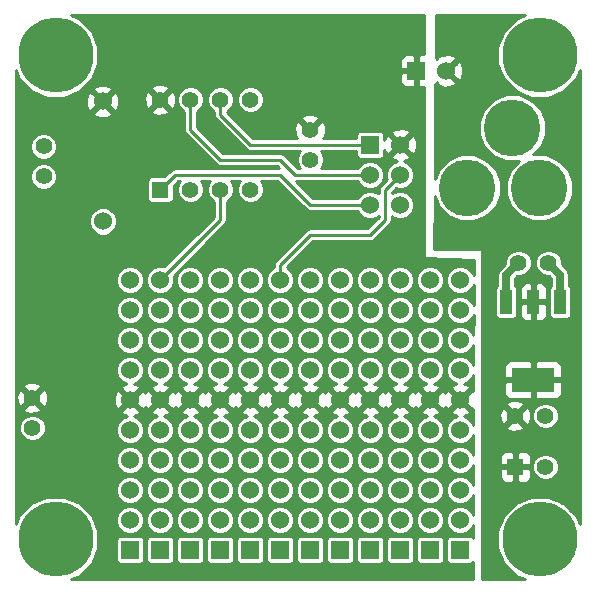
<source format=gtl>
G04 (created by PCBNEW (2013-05-31 BZR 4019)-stable) date 7/7/2013 11:22:26 AM*
%MOIN*%
G04 Gerber Fmt 3.4, Leading zero omitted, Abs format*
%FSLAX34Y34*%
G01*
G70*
G90*
G04 APERTURE LIST*
%ADD10C,0.00590551*%
%ADD11R,0.144X0.08*%
%ADD12R,0.04X0.08*%
%ADD13R,0.055X0.055*%
%ADD14C,0.055*%
%ADD15R,0.06X0.06*%
%ADD16C,0.06*%
%ADD17C,0.25*%
%ADD18C,0.189*%
%ADD19C,0.01*%
%ADD20C,0.025*%
G04 APERTURE END LIST*
G54D10*
G54D11*
X21437Y-16337D03*
G54D12*
X21437Y-13737D03*
X20537Y-13737D03*
X22337Y-13737D03*
G54D13*
X9000Y-10000D03*
G54D14*
X10000Y-10000D03*
X11000Y-10000D03*
X12000Y-10000D03*
X12000Y-7000D03*
X11000Y-7000D03*
X10000Y-7000D03*
X9000Y-7000D03*
G54D15*
X17537Y-6037D03*
G54D16*
X18537Y-6037D03*
G54D17*
X5511Y-21653D03*
X21653Y-21653D03*
X21653Y-5511D03*
X5511Y-5511D03*
G54D16*
X13000Y-13000D03*
X13000Y-14000D03*
X13000Y-17000D03*
X13000Y-18000D03*
G54D15*
X13000Y-22000D03*
G54D16*
X13000Y-21000D03*
X13000Y-20000D03*
X13000Y-19000D03*
X13000Y-16000D03*
X13000Y-15000D03*
X12000Y-13000D03*
X12000Y-14000D03*
X12000Y-17000D03*
X12000Y-18000D03*
G54D15*
X12000Y-22000D03*
G54D16*
X12000Y-21000D03*
X12000Y-20000D03*
X12000Y-19000D03*
X12000Y-16000D03*
X12000Y-15000D03*
X11000Y-13000D03*
X11000Y-14000D03*
X11000Y-17000D03*
X11000Y-18000D03*
G54D15*
X11000Y-22000D03*
G54D16*
X11000Y-21000D03*
X11000Y-20000D03*
X11000Y-19000D03*
X11000Y-16000D03*
X11000Y-15000D03*
X10000Y-13000D03*
X10000Y-14000D03*
X10000Y-17000D03*
X10000Y-18000D03*
G54D15*
X10000Y-22000D03*
G54D16*
X10000Y-21000D03*
X10000Y-20000D03*
X10000Y-19000D03*
X10000Y-16000D03*
X10000Y-15000D03*
X9000Y-13000D03*
X9000Y-14000D03*
X9000Y-17000D03*
X9000Y-18000D03*
G54D15*
X9000Y-22000D03*
G54D16*
X9000Y-21000D03*
X9000Y-20000D03*
X9000Y-19000D03*
X9000Y-16000D03*
X9000Y-15000D03*
X8000Y-13000D03*
X8000Y-14000D03*
X8000Y-17000D03*
X8000Y-18000D03*
G54D15*
X8000Y-22000D03*
G54D16*
X8000Y-21000D03*
X8000Y-20000D03*
X8000Y-19000D03*
X8000Y-16000D03*
X8000Y-15000D03*
G54D14*
X20837Y-17537D03*
X21837Y-17537D03*
X5118Y-9555D03*
X5118Y-8555D03*
X20937Y-12437D03*
X21937Y-12437D03*
G54D16*
X7086Y-7055D03*
X7086Y-11055D03*
X19000Y-13000D03*
X19000Y-14000D03*
X19000Y-17000D03*
X19000Y-18000D03*
G54D15*
X19000Y-22000D03*
G54D16*
X19000Y-21000D03*
X19000Y-20000D03*
X19000Y-19000D03*
X19000Y-16000D03*
X19000Y-15000D03*
X18000Y-13000D03*
X18000Y-14000D03*
X18000Y-17000D03*
X18000Y-18000D03*
G54D15*
X18000Y-22000D03*
G54D16*
X18000Y-21000D03*
X18000Y-20000D03*
X18000Y-19000D03*
X18000Y-16000D03*
X18000Y-15000D03*
X17000Y-13000D03*
X17000Y-14000D03*
X17000Y-17000D03*
X17000Y-18000D03*
G54D15*
X17000Y-22000D03*
G54D16*
X17000Y-21000D03*
X17000Y-20000D03*
X17000Y-19000D03*
X17000Y-16000D03*
X17000Y-15000D03*
X14000Y-13000D03*
X14000Y-14000D03*
X14000Y-17000D03*
X14000Y-18000D03*
G54D15*
X14000Y-22000D03*
G54D16*
X14000Y-21000D03*
X14000Y-20000D03*
X14000Y-19000D03*
X14000Y-16000D03*
X14000Y-15000D03*
X15000Y-13000D03*
X15000Y-14000D03*
X15000Y-17000D03*
X15000Y-18000D03*
G54D15*
X15000Y-22000D03*
G54D16*
X15000Y-21000D03*
X15000Y-20000D03*
X15000Y-19000D03*
X15000Y-16000D03*
X15000Y-15000D03*
X16000Y-13000D03*
X16000Y-14000D03*
X16000Y-17000D03*
X16000Y-18000D03*
G54D15*
X16000Y-22000D03*
G54D16*
X16000Y-21000D03*
X16000Y-20000D03*
X16000Y-19000D03*
X16000Y-16000D03*
X16000Y-15000D03*
G54D14*
X14000Y-8000D03*
X14000Y-9000D03*
X4737Y-16937D03*
X4737Y-17937D03*
G54D13*
X20837Y-19237D03*
G54D14*
X21837Y-19237D03*
G54D18*
X21637Y-9937D03*
X19237Y-9937D03*
X20737Y-7937D03*
G54D15*
X16000Y-8500D03*
G54D16*
X17000Y-8500D03*
X16000Y-9500D03*
X17000Y-9500D03*
X16000Y-10500D03*
X17000Y-10500D03*
G54D19*
X13000Y-13000D02*
X13000Y-12500D01*
X16500Y-10000D02*
X17000Y-9500D01*
X16500Y-11000D02*
X16500Y-10000D01*
X16000Y-11500D02*
X16500Y-11000D01*
X14000Y-11500D02*
X16000Y-11500D01*
X13000Y-12500D02*
X14000Y-11500D01*
X11000Y-7500D02*
X11000Y-7000D01*
X16000Y-8500D02*
X12000Y-8500D01*
X12000Y-8500D02*
X11000Y-7500D01*
X16000Y-9500D02*
X13500Y-9500D01*
X10000Y-8000D02*
X10000Y-7000D01*
X11000Y-9000D02*
X10000Y-8000D01*
X13000Y-9000D02*
X11000Y-9000D01*
X13500Y-9500D02*
X13000Y-9000D01*
X9000Y-13000D02*
X10500Y-11500D01*
X11000Y-11000D02*
X11000Y-10000D01*
X10500Y-11500D02*
X11000Y-11000D01*
X16000Y-10500D02*
X14000Y-10500D01*
X9500Y-9500D02*
X9000Y-10000D01*
X13000Y-9500D02*
X9500Y-9500D01*
X14000Y-10500D02*
X13000Y-9500D01*
G54D20*
X20537Y-13737D02*
X20537Y-12837D01*
X20537Y-12837D02*
X20937Y-12437D01*
X22337Y-13737D02*
X22337Y-12837D01*
X22337Y-12837D02*
X21937Y-12437D01*
G54D10*
G36*
X19444Y-12342D02*
X19444Y-12844D01*
X19398Y-12734D01*
X19266Y-12601D01*
X19093Y-12530D01*
X18906Y-12529D01*
X18734Y-12601D01*
X18601Y-12733D01*
X18530Y-12906D01*
X18529Y-13093D01*
X18601Y-13265D01*
X18733Y-13398D01*
X18906Y-13469D01*
X19093Y-13470D01*
X19265Y-13398D01*
X19398Y-13266D01*
X19443Y-13156D01*
X19443Y-13842D01*
X19398Y-13734D01*
X19266Y-13601D01*
X19093Y-13530D01*
X18906Y-13529D01*
X18734Y-13601D01*
X18601Y-13733D01*
X18530Y-13906D01*
X18529Y-14093D01*
X18601Y-14265D01*
X18733Y-14398D01*
X18906Y-14469D01*
X19093Y-14470D01*
X19265Y-14398D01*
X19398Y-14266D01*
X19443Y-14158D01*
X19442Y-14840D01*
X19398Y-14734D01*
X19266Y-14601D01*
X19093Y-14530D01*
X18906Y-14529D01*
X18734Y-14601D01*
X18601Y-14733D01*
X18530Y-14906D01*
X18529Y-15093D01*
X18601Y-15265D01*
X18733Y-15398D01*
X18906Y-15469D01*
X19093Y-15470D01*
X19265Y-15398D01*
X19398Y-15266D01*
X19442Y-15159D01*
X19442Y-15839D01*
X19398Y-15734D01*
X19266Y-15601D01*
X19093Y-15530D01*
X18906Y-15529D01*
X18734Y-15601D01*
X18601Y-15733D01*
X18530Y-15906D01*
X18529Y-16093D01*
X18601Y-16265D01*
X18733Y-16398D01*
X18871Y-16455D01*
X18863Y-16456D01*
X18712Y-16518D01*
X18684Y-16614D01*
X19000Y-16929D01*
X19315Y-16614D01*
X19287Y-16518D01*
X19120Y-16458D01*
X19265Y-16398D01*
X19398Y-16266D01*
X19441Y-16161D01*
X19441Y-16700D01*
X19385Y-16684D01*
X19070Y-17000D01*
X19385Y-17315D01*
X19441Y-17299D01*
X19440Y-17835D01*
X19398Y-17734D01*
X19266Y-17601D01*
X19128Y-17544D01*
X19136Y-17543D01*
X19287Y-17481D01*
X19315Y-17385D01*
X19000Y-17070D01*
X18929Y-17141D01*
X18929Y-17000D01*
X18614Y-16684D01*
X18518Y-16712D01*
X18501Y-16760D01*
X18481Y-16712D01*
X18470Y-16708D01*
X18470Y-15906D01*
X18470Y-14906D01*
X18470Y-13906D01*
X18470Y-12906D01*
X18398Y-12734D01*
X18266Y-12601D01*
X18093Y-12530D01*
X17906Y-12529D01*
X17734Y-12601D01*
X17601Y-12733D01*
X17554Y-12846D01*
X17554Y-8581D01*
X17543Y-8363D01*
X17487Y-8226D01*
X17487Y-6524D01*
X17487Y-6087D01*
X17487Y-5987D01*
X17487Y-5549D01*
X17424Y-5487D01*
X17187Y-5486D01*
X17095Y-5524D01*
X17025Y-5595D01*
X16987Y-5687D01*
X16986Y-5786D01*
X16987Y-5924D01*
X17049Y-5987D01*
X17487Y-5987D01*
X17487Y-6087D01*
X17049Y-6087D01*
X16987Y-6149D01*
X16986Y-6287D01*
X16987Y-6386D01*
X17025Y-6478D01*
X17095Y-6549D01*
X17187Y-6587D01*
X17424Y-6587D01*
X17487Y-6524D01*
X17487Y-8226D01*
X17481Y-8212D01*
X17385Y-8184D01*
X17315Y-8255D01*
X17315Y-8114D01*
X17287Y-8018D01*
X17081Y-7945D01*
X16863Y-7956D01*
X16712Y-8018D01*
X16684Y-8114D01*
X17000Y-8429D01*
X17315Y-8114D01*
X17315Y-8255D01*
X17070Y-8500D01*
X17385Y-8815D01*
X17481Y-8787D01*
X17554Y-8581D01*
X17554Y-12846D01*
X17530Y-12906D01*
X17529Y-13093D01*
X17601Y-13265D01*
X17733Y-13398D01*
X17906Y-13469D01*
X18093Y-13470D01*
X18265Y-13398D01*
X18398Y-13266D01*
X18469Y-13093D01*
X18470Y-12906D01*
X18470Y-13906D01*
X18398Y-13734D01*
X18266Y-13601D01*
X18093Y-13530D01*
X17906Y-13529D01*
X17734Y-13601D01*
X17601Y-13733D01*
X17530Y-13906D01*
X17529Y-14093D01*
X17601Y-14265D01*
X17733Y-14398D01*
X17906Y-14469D01*
X18093Y-14470D01*
X18265Y-14398D01*
X18398Y-14266D01*
X18469Y-14093D01*
X18470Y-13906D01*
X18470Y-14906D01*
X18398Y-14734D01*
X18266Y-14601D01*
X18093Y-14530D01*
X17906Y-14529D01*
X17734Y-14601D01*
X17601Y-14733D01*
X17530Y-14906D01*
X17529Y-15093D01*
X17601Y-15265D01*
X17733Y-15398D01*
X17906Y-15469D01*
X18093Y-15470D01*
X18265Y-15398D01*
X18398Y-15266D01*
X18469Y-15093D01*
X18470Y-14906D01*
X18470Y-15906D01*
X18398Y-15734D01*
X18266Y-15601D01*
X18093Y-15530D01*
X17906Y-15529D01*
X17734Y-15601D01*
X17601Y-15733D01*
X17530Y-15906D01*
X17529Y-16093D01*
X17601Y-16265D01*
X17733Y-16398D01*
X17871Y-16455D01*
X17863Y-16456D01*
X17712Y-16518D01*
X17684Y-16614D01*
X18000Y-16929D01*
X18315Y-16614D01*
X18287Y-16518D01*
X18120Y-16458D01*
X18265Y-16398D01*
X18398Y-16266D01*
X18469Y-16093D01*
X18470Y-15906D01*
X18470Y-16708D01*
X18385Y-16684D01*
X18070Y-17000D01*
X18385Y-17315D01*
X18481Y-17287D01*
X18498Y-17239D01*
X18518Y-17287D01*
X18614Y-17315D01*
X18929Y-17000D01*
X18929Y-17141D01*
X18684Y-17385D01*
X18712Y-17481D01*
X18879Y-17541D01*
X18734Y-17601D01*
X18601Y-17733D01*
X18530Y-17906D01*
X18529Y-18093D01*
X18601Y-18265D01*
X18733Y-18398D01*
X18906Y-18469D01*
X19093Y-18470D01*
X19265Y-18398D01*
X19398Y-18266D01*
X19440Y-18164D01*
X19439Y-18834D01*
X19398Y-18734D01*
X19266Y-18601D01*
X19093Y-18530D01*
X18906Y-18529D01*
X18734Y-18601D01*
X18601Y-18733D01*
X18530Y-18906D01*
X18529Y-19093D01*
X18601Y-19265D01*
X18733Y-19398D01*
X18906Y-19469D01*
X19093Y-19470D01*
X19265Y-19398D01*
X19398Y-19266D01*
X19439Y-19166D01*
X19439Y-19832D01*
X19398Y-19734D01*
X19266Y-19601D01*
X19093Y-19530D01*
X18906Y-19529D01*
X18734Y-19601D01*
X18601Y-19733D01*
X18530Y-19906D01*
X18529Y-20093D01*
X18601Y-20265D01*
X18733Y-20398D01*
X18906Y-20469D01*
X19093Y-20470D01*
X19265Y-20398D01*
X19398Y-20266D01*
X19439Y-20168D01*
X19438Y-20830D01*
X19398Y-20734D01*
X19266Y-20601D01*
X19093Y-20530D01*
X18906Y-20529D01*
X18734Y-20601D01*
X18601Y-20733D01*
X18530Y-20906D01*
X18529Y-21093D01*
X18601Y-21265D01*
X18733Y-21398D01*
X18906Y-21469D01*
X19093Y-21470D01*
X19265Y-21398D01*
X19398Y-21266D01*
X19438Y-21169D01*
X19438Y-21597D01*
X19396Y-21555D01*
X19333Y-21530D01*
X19266Y-21529D01*
X18666Y-21529D01*
X18603Y-21555D01*
X18555Y-21603D01*
X18530Y-21666D01*
X18529Y-21733D01*
X18529Y-22333D01*
X18555Y-22396D01*
X18603Y-22444D01*
X18666Y-22469D01*
X18733Y-22470D01*
X19333Y-22470D01*
X19396Y-22444D01*
X19437Y-22402D01*
X19437Y-22983D01*
X18470Y-22983D01*
X18470Y-20906D01*
X18470Y-19906D01*
X18470Y-18906D01*
X18470Y-17906D01*
X18398Y-17734D01*
X18266Y-17601D01*
X18128Y-17544D01*
X18136Y-17543D01*
X18287Y-17481D01*
X18315Y-17385D01*
X18000Y-17070D01*
X17929Y-17141D01*
X17929Y-17000D01*
X17614Y-16684D01*
X17518Y-16712D01*
X17501Y-16760D01*
X17481Y-16712D01*
X17470Y-16708D01*
X17470Y-15906D01*
X17470Y-14906D01*
X17470Y-13906D01*
X17470Y-12906D01*
X17470Y-10406D01*
X17398Y-10234D01*
X17266Y-10101D01*
X17093Y-10030D01*
X16906Y-10029D01*
X16734Y-10101D01*
X16720Y-10115D01*
X16720Y-10091D01*
X16860Y-9950D01*
X16906Y-9969D01*
X17093Y-9970D01*
X17265Y-9898D01*
X17398Y-9766D01*
X17469Y-9593D01*
X17470Y-9406D01*
X17398Y-9234D01*
X17266Y-9101D01*
X17128Y-9044D01*
X17136Y-9043D01*
X17287Y-8981D01*
X17315Y-8885D01*
X17000Y-8570D01*
X16684Y-8885D01*
X16712Y-8981D01*
X16879Y-9041D01*
X16734Y-9101D01*
X16601Y-9233D01*
X16530Y-9406D01*
X16529Y-9593D01*
X16549Y-9639D01*
X16344Y-9844D01*
X16296Y-9915D01*
X16280Y-10000D01*
X16280Y-10115D01*
X16266Y-10101D01*
X16093Y-10030D01*
X15906Y-10029D01*
X15734Y-10101D01*
X15601Y-10233D01*
X15582Y-10280D01*
X14091Y-10280D01*
X13531Y-9720D01*
X15582Y-9720D01*
X15601Y-9765D01*
X15733Y-9898D01*
X15906Y-9969D01*
X16093Y-9970D01*
X16265Y-9898D01*
X16398Y-9766D01*
X16469Y-9593D01*
X16470Y-9406D01*
X16398Y-9234D01*
X16266Y-9101D01*
X16093Y-9030D01*
X15906Y-9029D01*
X15734Y-9101D01*
X15601Y-9233D01*
X15582Y-9280D01*
X14349Y-9280D01*
X14377Y-9252D01*
X14444Y-9088D01*
X14445Y-8911D01*
X14377Y-8748D01*
X14349Y-8720D01*
X15529Y-8720D01*
X15529Y-8833D01*
X15555Y-8896D01*
X15603Y-8944D01*
X15666Y-8969D01*
X15733Y-8970D01*
X16333Y-8970D01*
X16396Y-8944D01*
X16444Y-8896D01*
X16469Y-8833D01*
X16470Y-8766D01*
X16470Y-8670D01*
X16518Y-8787D01*
X16614Y-8815D01*
X16929Y-8500D01*
X16614Y-8184D01*
X16518Y-8212D01*
X16470Y-8348D01*
X16470Y-8166D01*
X16444Y-8103D01*
X16396Y-8055D01*
X16333Y-8030D01*
X16266Y-8029D01*
X15666Y-8029D01*
X15603Y-8055D01*
X15555Y-8103D01*
X15530Y-8166D01*
X15529Y-8233D01*
X15529Y-8280D01*
X14433Y-8280D01*
X14460Y-8272D01*
X14529Y-8075D01*
X14518Y-7867D01*
X14460Y-7727D01*
X14367Y-7702D01*
X14297Y-7773D01*
X14297Y-7632D01*
X14272Y-7539D01*
X14075Y-7470D01*
X13867Y-7481D01*
X13727Y-7539D01*
X13702Y-7632D01*
X14000Y-7929D01*
X14297Y-7632D01*
X14297Y-7773D01*
X14070Y-8000D01*
X14076Y-8005D01*
X14005Y-8076D01*
X14000Y-8070D01*
X13994Y-8076D01*
X13923Y-8005D01*
X13929Y-8000D01*
X13632Y-7702D01*
X13539Y-7727D01*
X13470Y-7924D01*
X13481Y-8132D01*
X13539Y-8272D01*
X13566Y-8280D01*
X12445Y-8280D01*
X12445Y-6911D01*
X12377Y-6748D01*
X12252Y-6622D01*
X12088Y-6555D01*
X11911Y-6554D01*
X11748Y-6622D01*
X11622Y-6747D01*
X11555Y-6911D01*
X11554Y-7088D01*
X11622Y-7251D01*
X11747Y-7377D01*
X11911Y-7444D01*
X12088Y-7445D01*
X12251Y-7377D01*
X12377Y-7252D01*
X12444Y-7088D01*
X12445Y-6911D01*
X12445Y-8280D01*
X12091Y-8280D01*
X11220Y-7408D01*
X11220Y-7390D01*
X11251Y-7377D01*
X11377Y-7252D01*
X11444Y-7088D01*
X11445Y-6911D01*
X11377Y-6748D01*
X11252Y-6622D01*
X11088Y-6555D01*
X10911Y-6554D01*
X10748Y-6622D01*
X10622Y-6747D01*
X10555Y-6911D01*
X10554Y-7088D01*
X10622Y-7251D01*
X10747Y-7377D01*
X10780Y-7390D01*
X10780Y-7500D01*
X10796Y-7584D01*
X10844Y-7655D01*
X11844Y-8655D01*
X11844Y-8655D01*
X11915Y-8703D01*
X12000Y-8720D01*
X13650Y-8720D01*
X13622Y-8747D01*
X13555Y-8911D01*
X13554Y-9088D01*
X13622Y-9251D01*
X13650Y-9280D01*
X13591Y-9280D01*
X13155Y-8844D01*
X13084Y-8796D01*
X13000Y-8780D01*
X11091Y-8780D01*
X10220Y-7908D01*
X10220Y-7390D01*
X10251Y-7377D01*
X10377Y-7252D01*
X10444Y-7088D01*
X10445Y-6911D01*
X10377Y-6748D01*
X10252Y-6622D01*
X10088Y-6555D01*
X9911Y-6554D01*
X9748Y-6622D01*
X9622Y-6747D01*
X9555Y-6911D01*
X9554Y-7088D01*
X9622Y-7251D01*
X9747Y-7377D01*
X9780Y-7390D01*
X9780Y-8000D01*
X9796Y-8084D01*
X9844Y-8155D01*
X10844Y-9155D01*
X10844Y-9155D01*
X10915Y-9203D01*
X11000Y-9220D01*
X12908Y-9220D01*
X12968Y-9280D01*
X9529Y-9280D01*
X9529Y-7075D01*
X9518Y-6867D01*
X9460Y-6727D01*
X9367Y-6702D01*
X9297Y-6773D01*
X9297Y-6632D01*
X9272Y-6539D01*
X9075Y-6470D01*
X8867Y-6481D01*
X8727Y-6539D01*
X8702Y-6632D01*
X9000Y-6929D01*
X9297Y-6632D01*
X9297Y-6773D01*
X9070Y-7000D01*
X9367Y-7297D01*
X9460Y-7272D01*
X9529Y-7075D01*
X9529Y-9280D01*
X9500Y-9280D01*
X9415Y-9296D01*
X9344Y-9344D01*
X9297Y-9391D01*
X9297Y-7367D01*
X9000Y-7070D01*
X8929Y-7141D01*
X8929Y-7000D01*
X8632Y-6702D01*
X8539Y-6727D01*
X8470Y-6924D01*
X8481Y-7132D01*
X8539Y-7272D01*
X8632Y-7297D01*
X8929Y-7000D01*
X8929Y-7141D01*
X8702Y-7367D01*
X8727Y-7460D01*
X8924Y-7529D01*
X9132Y-7518D01*
X9272Y-7460D01*
X9297Y-7367D01*
X9297Y-9391D01*
X9133Y-9554D01*
X8691Y-9554D01*
X8628Y-9580D01*
X8580Y-9628D01*
X8555Y-9691D01*
X8554Y-9758D01*
X8554Y-10308D01*
X8580Y-10371D01*
X8628Y-10419D01*
X8691Y-10444D01*
X8758Y-10445D01*
X9308Y-10445D01*
X9371Y-10419D01*
X9419Y-10371D01*
X9444Y-10308D01*
X9445Y-10241D01*
X9445Y-9866D01*
X9591Y-9720D01*
X9650Y-9720D01*
X9622Y-9747D01*
X9555Y-9911D01*
X9554Y-10088D01*
X9622Y-10251D01*
X9747Y-10377D01*
X9911Y-10444D01*
X10088Y-10445D01*
X10251Y-10377D01*
X10377Y-10252D01*
X10444Y-10088D01*
X10445Y-9911D01*
X10377Y-9748D01*
X10349Y-9720D01*
X10650Y-9720D01*
X10622Y-9747D01*
X10555Y-9911D01*
X10554Y-10088D01*
X10622Y-10251D01*
X10747Y-10377D01*
X10780Y-10390D01*
X10780Y-10908D01*
X10344Y-11344D01*
X10344Y-11344D01*
X9139Y-12549D01*
X9093Y-12530D01*
X8906Y-12529D01*
X8734Y-12601D01*
X8601Y-12733D01*
X8530Y-12906D01*
X8529Y-13093D01*
X8601Y-13265D01*
X8733Y-13398D01*
X8906Y-13469D01*
X9093Y-13470D01*
X9265Y-13398D01*
X9398Y-13266D01*
X9469Y-13093D01*
X9470Y-12906D01*
X9450Y-12860D01*
X10655Y-11655D01*
X10655Y-11655D01*
X10655Y-11655D01*
X11155Y-11155D01*
X11203Y-11084D01*
X11203Y-11084D01*
X11219Y-11000D01*
X11220Y-11000D01*
X11220Y-10390D01*
X11251Y-10377D01*
X11377Y-10252D01*
X11444Y-10088D01*
X11445Y-9911D01*
X11377Y-9748D01*
X11349Y-9720D01*
X11650Y-9720D01*
X11622Y-9747D01*
X11555Y-9911D01*
X11554Y-10088D01*
X11622Y-10251D01*
X11747Y-10377D01*
X11911Y-10444D01*
X12088Y-10445D01*
X12251Y-10377D01*
X12377Y-10252D01*
X12444Y-10088D01*
X12445Y-9911D01*
X12377Y-9748D01*
X12349Y-9720D01*
X12908Y-9720D01*
X13844Y-10655D01*
X13844Y-10655D01*
X13915Y-10703D01*
X14000Y-10720D01*
X15582Y-10720D01*
X15601Y-10765D01*
X15733Y-10898D01*
X15906Y-10969D01*
X16093Y-10970D01*
X16265Y-10898D01*
X16280Y-10884D01*
X16280Y-10908D01*
X15908Y-11280D01*
X14000Y-11280D01*
X13915Y-11296D01*
X13844Y-11344D01*
X12844Y-12344D01*
X12796Y-12415D01*
X12780Y-12500D01*
X12780Y-12582D01*
X12734Y-12601D01*
X12601Y-12733D01*
X12530Y-12906D01*
X12529Y-13093D01*
X12601Y-13265D01*
X12733Y-13398D01*
X12906Y-13469D01*
X13093Y-13470D01*
X13265Y-13398D01*
X13398Y-13266D01*
X13469Y-13093D01*
X13470Y-12906D01*
X13398Y-12734D01*
X13266Y-12601D01*
X13226Y-12584D01*
X14091Y-11720D01*
X16000Y-11720D01*
X16084Y-11703D01*
X16084Y-11703D01*
X16155Y-11655D01*
X16655Y-11155D01*
X16703Y-11084D01*
X16703Y-11084D01*
X16719Y-11000D01*
X16720Y-11000D01*
X16720Y-10884D01*
X16733Y-10898D01*
X16906Y-10969D01*
X17093Y-10970D01*
X17265Y-10898D01*
X17398Y-10766D01*
X17469Y-10593D01*
X17470Y-10406D01*
X17470Y-12906D01*
X17398Y-12734D01*
X17266Y-12601D01*
X17093Y-12530D01*
X16906Y-12529D01*
X16734Y-12601D01*
X16601Y-12733D01*
X16530Y-12906D01*
X16529Y-13093D01*
X16601Y-13265D01*
X16733Y-13398D01*
X16906Y-13469D01*
X17093Y-13470D01*
X17265Y-13398D01*
X17398Y-13266D01*
X17469Y-13093D01*
X17470Y-12906D01*
X17470Y-13906D01*
X17398Y-13734D01*
X17266Y-13601D01*
X17093Y-13530D01*
X16906Y-13529D01*
X16734Y-13601D01*
X16601Y-13733D01*
X16530Y-13906D01*
X16529Y-14093D01*
X16601Y-14265D01*
X16733Y-14398D01*
X16906Y-14469D01*
X17093Y-14470D01*
X17265Y-14398D01*
X17398Y-14266D01*
X17469Y-14093D01*
X17470Y-13906D01*
X17470Y-14906D01*
X17398Y-14734D01*
X17266Y-14601D01*
X17093Y-14530D01*
X16906Y-14529D01*
X16734Y-14601D01*
X16601Y-14733D01*
X16530Y-14906D01*
X16529Y-15093D01*
X16601Y-15265D01*
X16733Y-15398D01*
X16906Y-15469D01*
X17093Y-15470D01*
X17265Y-15398D01*
X17398Y-15266D01*
X17469Y-15093D01*
X17470Y-14906D01*
X17470Y-15906D01*
X17398Y-15734D01*
X17266Y-15601D01*
X17093Y-15530D01*
X16906Y-15529D01*
X16734Y-15601D01*
X16601Y-15733D01*
X16530Y-15906D01*
X16529Y-16093D01*
X16601Y-16265D01*
X16733Y-16398D01*
X16871Y-16455D01*
X16863Y-16456D01*
X16712Y-16518D01*
X16684Y-16614D01*
X17000Y-16929D01*
X17315Y-16614D01*
X17287Y-16518D01*
X17120Y-16458D01*
X17265Y-16398D01*
X17398Y-16266D01*
X17469Y-16093D01*
X17470Y-15906D01*
X17470Y-16708D01*
X17385Y-16684D01*
X17070Y-17000D01*
X17385Y-17315D01*
X17481Y-17287D01*
X17498Y-17239D01*
X17518Y-17287D01*
X17614Y-17315D01*
X17929Y-17000D01*
X17929Y-17141D01*
X17684Y-17385D01*
X17712Y-17481D01*
X17879Y-17541D01*
X17734Y-17601D01*
X17601Y-17733D01*
X17530Y-17906D01*
X17529Y-18093D01*
X17601Y-18265D01*
X17733Y-18398D01*
X17906Y-18469D01*
X18093Y-18470D01*
X18265Y-18398D01*
X18398Y-18266D01*
X18469Y-18093D01*
X18470Y-17906D01*
X18470Y-18906D01*
X18398Y-18734D01*
X18266Y-18601D01*
X18093Y-18530D01*
X17906Y-18529D01*
X17734Y-18601D01*
X17601Y-18733D01*
X17530Y-18906D01*
X17529Y-19093D01*
X17601Y-19265D01*
X17733Y-19398D01*
X17906Y-19469D01*
X18093Y-19470D01*
X18265Y-19398D01*
X18398Y-19266D01*
X18469Y-19093D01*
X18470Y-18906D01*
X18470Y-19906D01*
X18398Y-19734D01*
X18266Y-19601D01*
X18093Y-19530D01*
X17906Y-19529D01*
X17734Y-19601D01*
X17601Y-19733D01*
X17530Y-19906D01*
X17529Y-20093D01*
X17601Y-20265D01*
X17733Y-20398D01*
X17906Y-20469D01*
X18093Y-20470D01*
X18265Y-20398D01*
X18398Y-20266D01*
X18469Y-20093D01*
X18470Y-19906D01*
X18470Y-20906D01*
X18398Y-20734D01*
X18266Y-20601D01*
X18093Y-20530D01*
X17906Y-20529D01*
X17734Y-20601D01*
X17601Y-20733D01*
X17530Y-20906D01*
X17529Y-21093D01*
X17601Y-21265D01*
X17733Y-21398D01*
X17906Y-21469D01*
X18093Y-21470D01*
X18265Y-21398D01*
X18398Y-21266D01*
X18469Y-21093D01*
X18470Y-20906D01*
X18470Y-22983D01*
X18470Y-22983D01*
X18470Y-22266D01*
X18470Y-21666D01*
X18444Y-21603D01*
X18396Y-21555D01*
X18333Y-21530D01*
X18266Y-21529D01*
X17666Y-21529D01*
X17603Y-21555D01*
X17555Y-21603D01*
X17530Y-21666D01*
X17529Y-21733D01*
X17529Y-22333D01*
X17555Y-22396D01*
X17603Y-22444D01*
X17666Y-22469D01*
X17733Y-22470D01*
X18333Y-22470D01*
X18396Y-22444D01*
X18444Y-22396D01*
X18469Y-22333D01*
X18470Y-22266D01*
X18470Y-22983D01*
X17470Y-22983D01*
X17470Y-20906D01*
X17470Y-19906D01*
X17470Y-18906D01*
X17470Y-17906D01*
X17398Y-17734D01*
X17266Y-17601D01*
X17128Y-17544D01*
X17136Y-17543D01*
X17287Y-17481D01*
X17315Y-17385D01*
X17000Y-17070D01*
X16929Y-17141D01*
X16929Y-17000D01*
X16614Y-16684D01*
X16518Y-16712D01*
X16501Y-16760D01*
X16481Y-16712D01*
X16470Y-16708D01*
X16470Y-15906D01*
X16470Y-14906D01*
X16470Y-13906D01*
X16470Y-12906D01*
X16398Y-12734D01*
X16266Y-12601D01*
X16093Y-12530D01*
X15906Y-12529D01*
X15734Y-12601D01*
X15601Y-12733D01*
X15530Y-12906D01*
X15529Y-13093D01*
X15601Y-13265D01*
X15733Y-13398D01*
X15906Y-13469D01*
X16093Y-13470D01*
X16265Y-13398D01*
X16398Y-13266D01*
X16469Y-13093D01*
X16470Y-12906D01*
X16470Y-13906D01*
X16398Y-13734D01*
X16266Y-13601D01*
X16093Y-13530D01*
X15906Y-13529D01*
X15734Y-13601D01*
X15601Y-13733D01*
X15530Y-13906D01*
X15529Y-14093D01*
X15601Y-14265D01*
X15733Y-14398D01*
X15906Y-14469D01*
X16093Y-14470D01*
X16265Y-14398D01*
X16398Y-14266D01*
X16469Y-14093D01*
X16470Y-13906D01*
X16470Y-14906D01*
X16398Y-14734D01*
X16266Y-14601D01*
X16093Y-14530D01*
X15906Y-14529D01*
X15734Y-14601D01*
X15601Y-14733D01*
X15530Y-14906D01*
X15529Y-15093D01*
X15601Y-15265D01*
X15733Y-15398D01*
X15906Y-15469D01*
X16093Y-15470D01*
X16265Y-15398D01*
X16398Y-15266D01*
X16469Y-15093D01*
X16470Y-14906D01*
X16470Y-15906D01*
X16398Y-15734D01*
X16266Y-15601D01*
X16093Y-15530D01*
X15906Y-15529D01*
X15734Y-15601D01*
X15601Y-15733D01*
X15530Y-15906D01*
X15529Y-16093D01*
X15601Y-16265D01*
X15733Y-16398D01*
X15871Y-16455D01*
X15863Y-16456D01*
X15712Y-16518D01*
X15684Y-16614D01*
X16000Y-16929D01*
X16315Y-16614D01*
X16287Y-16518D01*
X16120Y-16458D01*
X16265Y-16398D01*
X16398Y-16266D01*
X16469Y-16093D01*
X16470Y-15906D01*
X16470Y-16708D01*
X16385Y-16684D01*
X16070Y-17000D01*
X16385Y-17315D01*
X16481Y-17287D01*
X16498Y-17239D01*
X16518Y-17287D01*
X16614Y-17315D01*
X16929Y-17000D01*
X16929Y-17141D01*
X16684Y-17385D01*
X16712Y-17481D01*
X16879Y-17541D01*
X16734Y-17601D01*
X16601Y-17733D01*
X16530Y-17906D01*
X16529Y-18093D01*
X16601Y-18265D01*
X16733Y-18398D01*
X16906Y-18469D01*
X17093Y-18470D01*
X17265Y-18398D01*
X17398Y-18266D01*
X17469Y-18093D01*
X17470Y-17906D01*
X17470Y-18906D01*
X17398Y-18734D01*
X17266Y-18601D01*
X17093Y-18530D01*
X16906Y-18529D01*
X16734Y-18601D01*
X16601Y-18733D01*
X16530Y-18906D01*
X16529Y-19093D01*
X16601Y-19265D01*
X16733Y-19398D01*
X16906Y-19469D01*
X17093Y-19470D01*
X17265Y-19398D01*
X17398Y-19266D01*
X17469Y-19093D01*
X17470Y-18906D01*
X17470Y-19906D01*
X17398Y-19734D01*
X17266Y-19601D01*
X17093Y-19530D01*
X16906Y-19529D01*
X16734Y-19601D01*
X16601Y-19733D01*
X16530Y-19906D01*
X16529Y-20093D01*
X16601Y-20265D01*
X16733Y-20398D01*
X16906Y-20469D01*
X17093Y-20470D01*
X17265Y-20398D01*
X17398Y-20266D01*
X17469Y-20093D01*
X17470Y-19906D01*
X17470Y-20906D01*
X17398Y-20734D01*
X17266Y-20601D01*
X17093Y-20530D01*
X16906Y-20529D01*
X16734Y-20601D01*
X16601Y-20733D01*
X16530Y-20906D01*
X16529Y-21093D01*
X16601Y-21265D01*
X16733Y-21398D01*
X16906Y-21469D01*
X17093Y-21470D01*
X17265Y-21398D01*
X17398Y-21266D01*
X17469Y-21093D01*
X17470Y-20906D01*
X17470Y-22983D01*
X17470Y-22983D01*
X17470Y-22266D01*
X17470Y-21666D01*
X17444Y-21603D01*
X17396Y-21555D01*
X17333Y-21530D01*
X17266Y-21529D01*
X16666Y-21529D01*
X16603Y-21555D01*
X16555Y-21603D01*
X16530Y-21666D01*
X16529Y-21733D01*
X16529Y-22333D01*
X16555Y-22396D01*
X16603Y-22444D01*
X16666Y-22469D01*
X16733Y-22470D01*
X17333Y-22470D01*
X17396Y-22444D01*
X17444Y-22396D01*
X17469Y-22333D01*
X17470Y-22266D01*
X17470Y-22983D01*
X16470Y-22983D01*
X16470Y-20906D01*
X16470Y-19906D01*
X16470Y-18906D01*
X16470Y-17906D01*
X16398Y-17734D01*
X16266Y-17601D01*
X16128Y-17544D01*
X16136Y-17543D01*
X16287Y-17481D01*
X16315Y-17385D01*
X16000Y-17070D01*
X15929Y-17141D01*
X15929Y-17000D01*
X15614Y-16684D01*
X15518Y-16712D01*
X15501Y-16760D01*
X15481Y-16712D01*
X15470Y-16708D01*
X15470Y-15906D01*
X15470Y-14906D01*
X15470Y-13906D01*
X15470Y-12906D01*
X15398Y-12734D01*
X15266Y-12601D01*
X15093Y-12530D01*
X14906Y-12529D01*
X14734Y-12601D01*
X14601Y-12733D01*
X14530Y-12906D01*
X14529Y-13093D01*
X14601Y-13265D01*
X14733Y-13398D01*
X14906Y-13469D01*
X15093Y-13470D01*
X15265Y-13398D01*
X15398Y-13266D01*
X15469Y-13093D01*
X15470Y-12906D01*
X15470Y-13906D01*
X15398Y-13734D01*
X15266Y-13601D01*
X15093Y-13530D01*
X14906Y-13529D01*
X14734Y-13601D01*
X14601Y-13733D01*
X14530Y-13906D01*
X14529Y-14093D01*
X14601Y-14265D01*
X14733Y-14398D01*
X14906Y-14469D01*
X15093Y-14470D01*
X15265Y-14398D01*
X15398Y-14266D01*
X15469Y-14093D01*
X15470Y-13906D01*
X15470Y-14906D01*
X15398Y-14734D01*
X15266Y-14601D01*
X15093Y-14530D01*
X14906Y-14529D01*
X14734Y-14601D01*
X14601Y-14733D01*
X14530Y-14906D01*
X14529Y-15093D01*
X14601Y-15265D01*
X14733Y-15398D01*
X14906Y-15469D01*
X15093Y-15470D01*
X15265Y-15398D01*
X15398Y-15266D01*
X15469Y-15093D01*
X15470Y-14906D01*
X15470Y-15906D01*
X15398Y-15734D01*
X15266Y-15601D01*
X15093Y-15530D01*
X14906Y-15529D01*
X14734Y-15601D01*
X14601Y-15733D01*
X14530Y-15906D01*
X14529Y-16093D01*
X14601Y-16265D01*
X14733Y-16398D01*
X14871Y-16455D01*
X14863Y-16456D01*
X14712Y-16518D01*
X14684Y-16614D01*
X15000Y-16929D01*
X15315Y-16614D01*
X15287Y-16518D01*
X15120Y-16458D01*
X15265Y-16398D01*
X15398Y-16266D01*
X15469Y-16093D01*
X15470Y-15906D01*
X15470Y-16708D01*
X15385Y-16684D01*
X15070Y-17000D01*
X15385Y-17315D01*
X15481Y-17287D01*
X15498Y-17239D01*
X15518Y-17287D01*
X15614Y-17315D01*
X15929Y-17000D01*
X15929Y-17141D01*
X15684Y-17385D01*
X15712Y-17481D01*
X15879Y-17541D01*
X15734Y-17601D01*
X15601Y-17733D01*
X15530Y-17906D01*
X15529Y-18093D01*
X15601Y-18265D01*
X15733Y-18398D01*
X15906Y-18469D01*
X16093Y-18470D01*
X16265Y-18398D01*
X16398Y-18266D01*
X16469Y-18093D01*
X16470Y-17906D01*
X16470Y-18906D01*
X16398Y-18734D01*
X16266Y-18601D01*
X16093Y-18530D01*
X15906Y-18529D01*
X15734Y-18601D01*
X15601Y-18733D01*
X15530Y-18906D01*
X15529Y-19093D01*
X15601Y-19265D01*
X15733Y-19398D01*
X15906Y-19469D01*
X16093Y-19470D01*
X16265Y-19398D01*
X16398Y-19266D01*
X16469Y-19093D01*
X16470Y-18906D01*
X16470Y-19906D01*
X16398Y-19734D01*
X16266Y-19601D01*
X16093Y-19530D01*
X15906Y-19529D01*
X15734Y-19601D01*
X15601Y-19733D01*
X15530Y-19906D01*
X15529Y-20093D01*
X15601Y-20265D01*
X15733Y-20398D01*
X15906Y-20469D01*
X16093Y-20470D01*
X16265Y-20398D01*
X16398Y-20266D01*
X16469Y-20093D01*
X16470Y-19906D01*
X16470Y-20906D01*
X16398Y-20734D01*
X16266Y-20601D01*
X16093Y-20530D01*
X15906Y-20529D01*
X15734Y-20601D01*
X15601Y-20733D01*
X15530Y-20906D01*
X15529Y-21093D01*
X15601Y-21265D01*
X15733Y-21398D01*
X15906Y-21469D01*
X16093Y-21470D01*
X16265Y-21398D01*
X16398Y-21266D01*
X16469Y-21093D01*
X16470Y-20906D01*
X16470Y-22983D01*
X16470Y-22983D01*
X16470Y-22266D01*
X16470Y-21666D01*
X16444Y-21603D01*
X16396Y-21555D01*
X16333Y-21530D01*
X16266Y-21529D01*
X15666Y-21529D01*
X15603Y-21555D01*
X15555Y-21603D01*
X15530Y-21666D01*
X15529Y-21733D01*
X15529Y-22333D01*
X15555Y-22396D01*
X15603Y-22444D01*
X15666Y-22469D01*
X15733Y-22470D01*
X16333Y-22470D01*
X16396Y-22444D01*
X16444Y-22396D01*
X16469Y-22333D01*
X16470Y-22266D01*
X16470Y-22983D01*
X15470Y-22983D01*
X15470Y-20906D01*
X15470Y-19906D01*
X15470Y-18906D01*
X15470Y-17906D01*
X15398Y-17734D01*
X15266Y-17601D01*
X15128Y-17544D01*
X15136Y-17543D01*
X15287Y-17481D01*
X15315Y-17385D01*
X15000Y-17070D01*
X14929Y-17141D01*
X14929Y-17000D01*
X14614Y-16684D01*
X14518Y-16712D01*
X14501Y-16760D01*
X14481Y-16712D01*
X14470Y-16708D01*
X14470Y-15906D01*
X14470Y-14906D01*
X14470Y-13906D01*
X14470Y-12906D01*
X14398Y-12734D01*
X14266Y-12601D01*
X14093Y-12530D01*
X13906Y-12529D01*
X13734Y-12601D01*
X13601Y-12733D01*
X13530Y-12906D01*
X13529Y-13093D01*
X13601Y-13265D01*
X13733Y-13398D01*
X13906Y-13469D01*
X14093Y-13470D01*
X14265Y-13398D01*
X14398Y-13266D01*
X14469Y-13093D01*
X14470Y-12906D01*
X14470Y-13906D01*
X14398Y-13734D01*
X14266Y-13601D01*
X14093Y-13530D01*
X13906Y-13529D01*
X13734Y-13601D01*
X13601Y-13733D01*
X13530Y-13906D01*
X13529Y-14093D01*
X13601Y-14265D01*
X13733Y-14398D01*
X13906Y-14469D01*
X14093Y-14470D01*
X14265Y-14398D01*
X14398Y-14266D01*
X14469Y-14093D01*
X14470Y-13906D01*
X14470Y-14906D01*
X14398Y-14734D01*
X14266Y-14601D01*
X14093Y-14530D01*
X13906Y-14529D01*
X13734Y-14601D01*
X13601Y-14733D01*
X13530Y-14906D01*
X13529Y-15093D01*
X13601Y-15265D01*
X13733Y-15398D01*
X13906Y-15469D01*
X14093Y-15470D01*
X14265Y-15398D01*
X14398Y-15266D01*
X14469Y-15093D01*
X14470Y-14906D01*
X14470Y-15906D01*
X14398Y-15734D01*
X14266Y-15601D01*
X14093Y-15530D01*
X13906Y-15529D01*
X13734Y-15601D01*
X13601Y-15733D01*
X13530Y-15906D01*
X13529Y-16093D01*
X13601Y-16265D01*
X13733Y-16398D01*
X13871Y-16455D01*
X13863Y-16456D01*
X13712Y-16518D01*
X13684Y-16614D01*
X14000Y-16929D01*
X14315Y-16614D01*
X14287Y-16518D01*
X14120Y-16458D01*
X14265Y-16398D01*
X14398Y-16266D01*
X14469Y-16093D01*
X14470Y-15906D01*
X14470Y-16708D01*
X14385Y-16684D01*
X14070Y-17000D01*
X14385Y-17315D01*
X14481Y-17287D01*
X14498Y-17239D01*
X14518Y-17287D01*
X14614Y-17315D01*
X14929Y-17000D01*
X14929Y-17141D01*
X14684Y-17385D01*
X14712Y-17481D01*
X14879Y-17541D01*
X14734Y-17601D01*
X14601Y-17733D01*
X14530Y-17906D01*
X14529Y-18093D01*
X14601Y-18265D01*
X14733Y-18398D01*
X14906Y-18469D01*
X15093Y-18470D01*
X15265Y-18398D01*
X15398Y-18266D01*
X15469Y-18093D01*
X15470Y-17906D01*
X15470Y-18906D01*
X15398Y-18734D01*
X15266Y-18601D01*
X15093Y-18530D01*
X14906Y-18529D01*
X14734Y-18601D01*
X14601Y-18733D01*
X14530Y-18906D01*
X14529Y-19093D01*
X14601Y-19265D01*
X14733Y-19398D01*
X14906Y-19469D01*
X15093Y-19470D01*
X15265Y-19398D01*
X15398Y-19266D01*
X15469Y-19093D01*
X15470Y-18906D01*
X15470Y-19906D01*
X15398Y-19734D01*
X15266Y-19601D01*
X15093Y-19530D01*
X14906Y-19529D01*
X14734Y-19601D01*
X14601Y-19733D01*
X14530Y-19906D01*
X14529Y-20093D01*
X14601Y-20265D01*
X14733Y-20398D01*
X14906Y-20469D01*
X15093Y-20470D01*
X15265Y-20398D01*
X15398Y-20266D01*
X15469Y-20093D01*
X15470Y-19906D01*
X15470Y-20906D01*
X15398Y-20734D01*
X15266Y-20601D01*
X15093Y-20530D01*
X14906Y-20529D01*
X14734Y-20601D01*
X14601Y-20733D01*
X14530Y-20906D01*
X14529Y-21093D01*
X14601Y-21265D01*
X14733Y-21398D01*
X14906Y-21469D01*
X15093Y-21470D01*
X15265Y-21398D01*
X15398Y-21266D01*
X15469Y-21093D01*
X15470Y-20906D01*
X15470Y-22983D01*
X15470Y-22983D01*
X15470Y-22266D01*
X15470Y-21666D01*
X15444Y-21603D01*
X15396Y-21555D01*
X15333Y-21530D01*
X15266Y-21529D01*
X14666Y-21529D01*
X14603Y-21555D01*
X14555Y-21603D01*
X14530Y-21666D01*
X14529Y-21733D01*
X14529Y-22333D01*
X14555Y-22396D01*
X14603Y-22444D01*
X14666Y-22469D01*
X14733Y-22470D01*
X15333Y-22470D01*
X15396Y-22444D01*
X15444Y-22396D01*
X15469Y-22333D01*
X15470Y-22266D01*
X15470Y-22983D01*
X14470Y-22983D01*
X14470Y-20906D01*
X14470Y-19906D01*
X14470Y-18906D01*
X14470Y-17906D01*
X14398Y-17734D01*
X14266Y-17601D01*
X14128Y-17544D01*
X14136Y-17543D01*
X14287Y-17481D01*
X14315Y-17385D01*
X14000Y-17070D01*
X13929Y-17141D01*
X13929Y-17000D01*
X13614Y-16684D01*
X13518Y-16712D01*
X13501Y-16760D01*
X13481Y-16712D01*
X13470Y-16708D01*
X13470Y-15906D01*
X13470Y-14906D01*
X13470Y-13906D01*
X13398Y-13734D01*
X13266Y-13601D01*
X13093Y-13530D01*
X12906Y-13529D01*
X12734Y-13601D01*
X12601Y-13733D01*
X12530Y-13906D01*
X12529Y-14093D01*
X12601Y-14265D01*
X12733Y-14398D01*
X12906Y-14469D01*
X13093Y-14470D01*
X13265Y-14398D01*
X13398Y-14266D01*
X13469Y-14093D01*
X13470Y-13906D01*
X13470Y-14906D01*
X13398Y-14734D01*
X13266Y-14601D01*
X13093Y-14530D01*
X12906Y-14529D01*
X12734Y-14601D01*
X12601Y-14733D01*
X12530Y-14906D01*
X12529Y-15093D01*
X12601Y-15265D01*
X12733Y-15398D01*
X12906Y-15469D01*
X13093Y-15470D01*
X13265Y-15398D01*
X13398Y-15266D01*
X13469Y-15093D01*
X13470Y-14906D01*
X13470Y-15906D01*
X13398Y-15734D01*
X13266Y-15601D01*
X13093Y-15530D01*
X12906Y-15529D01*
X12734Y-15601D01*
X12601Y-15733D01*
X12530Y-15906D01*
X12529Y-16093D01*
X12601Y-16265D01*
X12733Y-16398D01*
X12871Y-16455D01*
X12863Y-16456D01*
X12712Y-16518D01*
X12684Y-16614D01*
X13000Y-16929D01*
X13315Y-16614D01*
X13287Y-16518D01*
X13120Y-16458D01*
X13265Y-16398D01*
X13398Y-16266D01*
X13469Y-16093D01*
X13470Y-15906D01*
X13470Y-16708D01*
X13385Y-16684D01*
X13070Y-17000D01*
X13385Y-17315D01*
X13481Y-17287D01*
X13498Y-17239D01*
X13518Y-17287D01*
X13614Y-17315D01*
X13929Y-17000D01*
X13929Y-17141D01*
X13684Y-17385D01*
X13712Y-17481D01*
X13879Y-17541D01*
X13734Y-17601D01*
X13601Y-17733D01*
X13530Y-17906D01*
X13529Y-18093D01*
X13601Y-18265D01*
X13733Y-18398D01*
X13906Y-18469D01*
X14093Y-18470D01*
X14265Y-18398D01*
X14398Y-18266D01*
X14469Y-18093D01*
X14470Y-17906D01*
X14470Y-18906D01*
X14398Y-18734D01*
X14266Y-18601D01*
X14093Y-18530D01*
X13906Y-18529D01*
X13734Y-18601D01*
X13601Y-18733D01*
X13530Y-18906D01*
X13529Y-19093D01*
X13601Y-19265D01*
X13733Y-19398D01*
X13906Y-19469D01*
X14093Y-19470D01*
X14265Y-19398D01*
X14398Y-19266D01*
X14469Y-19093D01*
X14470Y-18906D01*
X14470Y-19906D01*
X14398Y-19734D01*
X14266Y-19601D01*
X14093Y-19530D01*
X13906Y-19529D01*
X13734Y-19601D01*
X13601Y-19733D01*
X13530Y-19906D01*
X13529Y-20093D01*
X13601Y-20265D01*
X13733Y-20398D01*
X13906Y-20469D01*
X14093Y-20470D01*
X14265Y-20398D01*
X14398Y-20266D01*
X14469Y-20093D01*
X14470Y-19906D01*
X14470Y-20906D01*
X14398Y-20734D01*
X14266Y-20601D01*
X14093Y-20530D01*
X13906Y-20529D01*
X13734Y-20601D01*
X13601Y-20733D01*
X13530Y-20906D01*
X13529Y-21093D01*
X13601Y-21265D01*
X13733Y-21398D01*
X13906Y-21469D01*
X14093Y-21470D01*
X14265Y-21398D01*
X14398Y-21266D01*
X14469Y-21093D01*
X14470Y-20906D01*
X14470Y-22983D01*
X14470Y-22983D01*
X14470Y-22266D01*
X14470Y-21666D01*
X14444Y-21603D01*
X14396Y-21555D01*
X14333Y-21530D01*
X14266Y-21529D01*
X13666Y-21529D01*
X13603Y-21555D01*
X13555Y-21603D01*
X13530Y-21666D01*
X13529Y-21733D01*
X13529Y-22333D01*
X13555Y-22396D01*
X13603Y-22444D01*
X13666Y-22469D01*
X13733Y-22470D01*
X14333Y-22470D01*
X14396Y-22444D01*
X14444Y-22396D01*
X14469Y-22333D01*
X14470Y-22266D01*
X14470Y-22983D01*
X13470Y-22983D01*
X13470Y-20906D01*
X13470Y-19906D01*
X13470Y-18906D01*
X13470Y-17906D01*
X13398Y-17734D01*
X13266Y-17601D01*
X13128Y-17544D01*
X13136Y-17543D01*
X13287Y-17481D01*
X13315Y-17385D01*
X13000Y-17070D01*
X12929Y-17141D01*
X12929Y-17000D01*
X12614Y-16684D01*
X12518Y-16712D01*
X12501Y-16760D01*
X12481Y-16712D01*
X12470Y-16708D01*
X12470Y-15906D01*
X12470Y-14906D01*
X12470Y-13906D01*
X12470Y-12906D01*
X12398Y-12734D01*
X12266Y-12601D01*
X12093Y-12530D01*
X11906Y-12529D01*
X11734Y-12601D01*
X11601Y-12733D01*
X11530Y-12906D01*
X11529Y-13093D01*
X11601Y-13265D01*
X11733Y-13398D01*
X11906Y-13469D01*
X12093Y-13470D01*
X12265Y-13398D01*
X12398Y-13266D01*
X12469Y-13093D01*
X12470Y-12906D01*
X12470Y-13906D01*
X12398Y-13734D01*
X12266Y-13601D01*
X12093Y-13530D01*
X11906Y-13529D01*
X11734Y-13601D01*
X11601Y-13733D01*
X11530Y-13906D01*
X11529Y-14093D01*
X11601Y-14265D01*
X11733Y-14398D01*
X11906Y-14469D01*
X12093Y-14470D01*
X12265Y-14398D01*
X12398Y-14266D01*
X12469Y-14093D01*
X12470Y-13906D01*
X12470Y-14906D01*
X12398Y-14734D01*
X12266Y-14601D01*
X12093Y-14530D01*
X11906Y-14529D01*
X11734Y-14601D01*
X11601Y-14733D01*
X11530Y-14906D01*
X11529Y-15093D01*
X11601Y-15265D01*
X11733Y-15398D01*
X11906Y-15469D01*
X12093Y-15470D01*
X12265Y-15398D01*
X12398Y-15266D01*
X12469Y-15093D01*
X12470Y-14906D01*
X12470Y-15906D01*
X12398Y-15734D01*
X12266Y-15601D01*
X12093Y-15530D01*
X11906Y-15529D01*
X11734Y-15601D01*
X11601Y-15733D01*
X11530Y-15906D01*
X11529Y-16093D01*
X11601Y-16265D01*
X11733Y-16398D01*
X11871Y-16455D01*
X11863Y-16456D01*
X11712Y-16518D01*
X11684Y-16614D01*
X12000Y-16929D01*
X12315Y-16614D01*
X12287Y-16518D01*
X12120Y-16458D01*
X12265Y-16398D01*
X12398Y-16266D01*
X12469Y-16093D01*
X12470Y-15906D01*
X12470Y-16708D01*
X12385Y-16684D01*
X12070Y-17000D01*
X12385Y-17315D01*
X12481Y-17287D01*
X12498Y-17239D01*
X12518Y-17287D01*
X12614Y-17315D01*
X12929Y-17000D01*
X12929Y-17141D01*
X12684Y-17385D01*
X12712Y-17481D01*
X12879Y-17541D01*
X12734Y-17601D01*
X12601Y-17733D01*
X12530Y-17906D01*
X12529Y-18093D01*
X12601Y-18265D01*
X12733Y-18398D01*
X12906Y-18469D01*
X13093Y-18470D01*
X13265Y-18398D01*
X13398Y-18266D01*
X13469Y-18093D01*
X13470Y-17906D01*
X13470Y-18906D01*
X13398Y-18734D01*
X13266Y-18601D01*
X13093Y-18530D01*
X12906Y-18529D01*
X12734Y-18601D01*
X12601Y-18733D01*
X12530Y-18906D01*
X12529Y-19093D01*
X12601Y-19265D01*
X12733Y-19398D01*
X12906Y-19469D01*
X13093Y-19470D01*
X13265Y-19398D01*
X13398Y-19266D01*
X13469Y-19093D01*
X13470Y-18906D01*
X13470Y-19906D01*
X13398Y-19734D01*
X13266Y-19601D01*
X13093Y-19530D01*
X12906Y-19529D01*
X12734Y-19601D01*
X12601Y-19733D01*
X12530Y-19906D01*
X12529Y-20093D01*
X12601Y-20265D01*
X12733Y-20398D01*
X12906Y-20469D01*
X13093Y-20470D01*
X13265Y-20398D01*
X13398Y-20266D01*
X13469Y-20093D01*
X13470Y-19906D01*
X13470Y-20906D01*
X13398Y-20734D01*
X13266Y-20601D01*
X13093Y-20530D01*
X12906Y-20529D01*
X12734Y-20601D01*
X12601Y-20733D01*
X12530Y-20906D01*
X12529Y-21093D01*
X12601Y-21265D01*
X12733Y-21398D01*
X12906Y-21469D01*
X13093Y-21470D01*
X13265Y-21398D01*
X13398Y-21266D01*
X13469Y-21093D01*
X13470Y-20906D01*
X13470Y-22983D01*
X13470Y-22983D01*
X13470Y-22266D01*
X13470Y-21666D01*
X13444Y-21603D01*
X13396Y-21555D01*
X13333Y-21530D01*
X13266Y-21529D01*
X12666Y-21529D01*
X12603Y-21555D01*
X12555Y-21603D01*
X12530Y-21666D01*
X12529Y-21733D01*
X12529Y-22333D01*
X12555Y-22396D01*
X12603Y-22444D01*
X12666Y-22469D01*
X12733Y-22470D01*
X13333Y-22470D01*
X13396Y-22444D01*
X13444Y-22396D01*
X13469Y-22333D01*
X13470Y-22266D01*
X13470Y-22983D01*
X12470Y-22983D01*
X12470Y-20906D01*
X12470Y-19906D01*
X12470Y-18906D01*
X12470Y-17906D01*
X12398Y-17734D01*
X12266Y-17601D01*
X12128Y-17544D01*
X12136Y-17543D01*
X12287Y-17481D01*
X12315Y-17385D01*
X12000Y-17070D01*
X11929Y-17141D01*
X11929Y-17000D01*
X11614Y-16684D01*
X11518Y-16712D01*
X11501Y-16760D01*
X11481Y-16712D01*
X11470Y-16708D01*
X11470Y-15906D01*
X11470Y-14906D01*
X11470Y-13906D01*
X11470Y-12906D01*
X11398Y-12734D01*
X11266Y-12601D01*
X11093Y-12530D01*
X10906Y-12529D01*
X10734Y-12601D01*
X10601Y-12733D01*
X10530Y-12906D01*
X10529Y-13093D01*
X10601Y-13265D01*
X10733Y-13398D01*
X10906Y-13469D01*
X11093Y-13470D01*
X11265Y-13398D01*
X11398Y-13266D01*
X11469Y-13093D01*
X11470Y-12906D01*
X11470Y-13906D01*
X11398Y-13734D01*
X11266Y-13601D01*
X11093Y-13530D01*
X10906Y-13529D01*
X10734Y-13601D01*
X10601Y-13733D01*
X10530Y-13906D01*
X10529Y-14093D01*
X10601Y-14265D01*
X10733Y-14398D01*
X10906Y-14469D01*
X11093Y-14470D01*
X11265Y-14398D01*
X11398Y-14266D01*
X11469Y-14093D01*
X11470Y-13906D01*
X11470Y-14906D01*
X11398Y-14734D01*
X11266Y-14601D01*
X11093Y-14530D01*
X10906Y-14529D01*
X10734Y-14601D01*
X10601Y-14733D01*
X10530Y-14906D01*
X10529Y-15093D01*
X10601Y-15265D01*
X10733Y-15398D01*
X10906Y-15469D01*
X11093Y-15470D01*
X11265Y-15398D01*
X11398Y-15266D01*
X11469Y-15093D01*
X11470Y-14906D01*
X11470Y-15906D01*
X11398Y-15734D01*
X11266Y-15601D01*
X11093Y-15530D01*
X10906Y-15529D01*
X10734Y-15601D01*
X10601Y-15733D01*
X10530Y-15906D01*
X10529Y-16093D01*
X10601Y-16265D01*
X10733Y-16398D01*
X10871Y-16455D01*
X10863Y-16456D01*
X10712Y-16518D01*
X10684Y-16614D01*
X11000Y-16929D01*
X11315Y-16614D01*
X11287Y-16518D01*
X11120Y-16458D01*
X11265Y-16398D01*
X11398Y-16266D01*
X11469Y-16093D01*
X11470Y-15906D01*
X11470Y-16708D01*
X11385Y-16684D01*
X11070Y-17000D01*
X11385Y-17315D01*
X11481Y-17287D01*
X11498Y-17239D01*
X11518Y-17287D01*
X11614Y-17315D01*
X11929Y-17000D01*
X11929Y-17141D01*
X11684Y-17385D01*
X11712Y-17481D01*
X11879Y-17541D01*
X11734Y-17601D01*
X11601Y-17733D01*
X11530Y-17906D01*
X11529Y-18093D01*
X11601Y-18265D01*
X11733Y-18398D01*
X11906Y-18469D01*
X12093Y-18470D01*
X12265Y-18398D01*
X12398Y-18266D01*
X12469Y-18093D01*
X12470Y-17906D01*
X12470Y-18906D01*
X12398Y-18734D01*
X12266Y-18601D01*
X12093Y-18530D01*
X11906Y-18529D01*
X11734Y-18601D01*
X11601Y-18733D01*
X11530Y-18906D01*
X11529Y-19093D01*
X11601Y-19265D01*
X11733Y-19398D01*
X11906Y-19469D01*
X12093Y-19470D01*
X12265Y-19398D01*
X12398Y-19266D01*
X12469Y-19093D01*
X12470Y-18906D01*
X12470Y-19906D01*
X12398Y-19734D01*
X12266Y-19601D01*
X12093Y-19530D01*
X11906Y-19529D01*
X11734Y-19601D01*
X11601Y-19733D01*
X11530Y-19906D01*
X11529Y-20093D01*
X11601Y-20265D01*
X11733Y-20398D01*
X11906Y-20469D01*
X12093Y-20470D01*
X12265Y-20398D01*
X12398Y-20266D01*
X12469Y-20093D01*
X12470Y-19906D01*
X12470Y-20906D01*
X12398Y-20734D01*
X12266Y-20601D01*
X12093Y-20530D01*
X11906Y-20529D01*
X11734Y-20601D01*
X11601Y-20733D01*
X11530Y-20906D01*
X11529Y-21093D01*
X11601Y-21265D01*
X11733Y-21398D01*
X11906Y-21469D01*
X12093Y-21470D01*
X12265Y-21398D01*
X12398Y-21266D01*
X12469Y-21093D01*
X12470Y-20906D01*
X12470Y-22983D01*
X12470Y-22983D01*
X12470Y-22266D01*
X12470Y-21666D01*
X12444Y-21603D01*
X12396Y-21555D01*
X12333Y-21530D01*
X12266Y-21529D01*
X11666Y-21529D01*
X11603Y-21555D01*
X11555Y-21603D01*
X11530Y-21666D01*
X11529Y-21733D01*
X11529Y-22333D01*
X11555Y-22396D01*
X11603Y-22444D01*
X11666Y-22469D01*
X11733Y-22470D01*
X12333Y-22470D01*
X12396Y-22444D01*
X12444Y-22396D01*
X12469Y-22333D01*
X12470Y-22266D01*
X12470Y-22983D01*
X11470Y-22983D01*
X11470Y-20906D01*
X11470Y-19906D01*
X11470Y-18906D01*
X11470Y-17906D01*
X11398Y-17734D01*
X11266Y-17601D01*
X11128Y-17544D01*
X11136Y-17543D01*
X11287Y-17481D01*
X11315Y-17385D01*
X11000Y-17070D01*
X10929Y-17141D01*
X10929Y-17000D01*
X10614Y-16684D01*
X10518Y-16712D01*
X10501Y-16760D01*
X10481Y-16712D01*
X10470Y-16708D01*
X10470Y-15906D01*
X10470Y-14906D01*
X10470Y-13906D01*
X10470Y-12906D01*
X10398Y-12734D01*
X10266Y-12601D01*
X10093Y-12530D01*
X9906Y-12529D01*
X9734Y-12601D01*
X9601Y-12733D01*
X9530Y-12906D01*
X9529Y-13093D01*
X9601Y-13265D01*
X9733Y-13398D01*
X9906Y-13469D01*
X10093Y-13470D01*
X10265Y-13398D01*
X10398Y-13266D01*
X10469Y-13093D01*
X10470Y-12906D01*
X10470Y-13906D01*
X10398Y-13734D01*
X10266Y-13601D01*
X10093Y-13530D01*
X9906Y-13529D01*
X9734Y-13601D01*
X9601Y-13733D01*
X9530Y-13906D01*
X9529Y-14093D01*
X9601Y-14265D01*
X9733Y-14398D01*
X9906Y-14469D01*
X10093Y-14470D01*
X10265Y-14398D01*
X10398Y-14266D01*
X10469Y-14093D01*
X10470Y-13906D01*
X10470Y-14906D01*
X10398Y-14734D01*
X10266Y-14601D01*
X10093Y-14530D01*
X9906Y-14529D01*
X9734Y-14601D01*
X9601Y-14733D01*
X9530Y-14906D01*
X9529Y-15093D01*
X9601Y-15265D01*
X9733Y-15398D01*
X9906Y-15469D01*
X10093Y-15470D01*
X10265Y-15398D01*
X10398Y-15266D01*
X10469Y-15093D01*
X10470Y-14906D01*
X10470Y-15906D01*
X10398Y-15734D01*
X10266Y-15601D01*
X10093Y-15530D01*
X9906Y-15529D01*
X9734Y-15601D01*
X9601Y-15733D01*
X9530Y-15906D01*
X9529Y-16093D01*
X9601Y-16265D01*
X9733Y-16398D01*
X9871Y-16455D01*
X9863Y-16456D01*
X9712Y-16518D01*
X9684Y-16614D01*
X10000Y-16929D01*
X10315Y-16614D01*
X10287Y-16518D01*
X10120Y-16458D01*
X10265Y-16398D01*
X10398Y-16266D01*
X10469Y-16093D01*
X10470Y-15906D01*
X10470Y-16708D01*
X10385Y-16684D01*
X10070Y-17000D01*
X10385Y-17315D01*
X10481Y-17287D01*
X10498Y-17239D01*
X10518Y-17287D01*
X10614Y-17315D01*
X10929Y-17000D01*
X10929Y-17141D01*
X10684Y-17385D01*
X10712Y-17481D01*
X10879Y-17541D01*
X10734Y-17601D01*
X10601Y-17733D01*
X10530Y-17906D01*
X10529Y-18093D01*
X10601Y-18265D01*
X10733Y-18398D01*
X10906Y-18469D01*
X11093Y-18470D01*
X11265Y-18398D01*
X11398Y-18266D01*
X11469Y-18093D01*
X11470Y-17906D01*
X11470Y-18906D01*
X11398Y-18734D01*
X11266Y-18601D01*
X11093Y-18530D01*
X10906Y-18529D01*
X10734Y-18601D01*
X10601Y-18733D01*
X10530Y-18906D01*
X10529Y-19093D01*
X10601Y-19265D01*
X10733Y-19398D01*
X10906Y-19469D01*
X11093Y-19470D01*
X11265Y-19398D01*
X11398Y-19266D01*
X11469Y-19093D01*
X11470Y-18906D01*
X11470Y-19906D01*
X11398Y-19734D01*
X11266Y-19601D01*
X11093Y-19530D01*
X10906Y-19529D01*
X10734Y-19601D01*
X10601Y-19733D01*
X10530Y-19906D01*
X10529Y-20093D01*
X10601Y-20265D01*
X10733Y-20398D01*
X10906Y-20469D01*
X11093Y-20470D01*
X11265Y-20398D01*
X11398Y-20266D01*
X11469Y-20093D01*
X11470Y-19906D01*
X11470Y-20906D01*
X11398Y-20734D01*
X11266Y-20601D01*
X11093Y-20530D01*
X10906Y-20529D01*
X10734Y-20601D01*
X10601Y-20733D01*
X10530Y-20906D01*
X10529Y-21093D01*
X10601Y-21265D01*
X10733Y-21398D01*
X10906Y-21469D01*
X11093Y-21470D01*
X11265Y-21398D01*
X11398Y-21266D01*
X11469Y-21093D01*
X11470Y-20906D01*
X11470Y-22983D01*
X11470Y-22983D01*
X11470Y-22266D01*
X11470Y-21666D01*
X11444Y-21603D01*
X11396Y-21555D01*
X11333Y-21530D01*
X11266Y-21529D01*
X10666Y-21529D01*
X10603Y-21555D01*
X10555Y-21603D01*
X10530Y-21666D01*
X10529Y-21733D01*
X10529Y-22333D01*
X10555Y-22396D01*
X10603Y-22444D01*
X10666Y-22469D01*
X10733Y-22470D01*
X11333Y-22470D01*
X11396Y-22444D01*
X11444Y-22396D01*
X11469Y-22333D01*
X11470Y-22266D01*
X11470Y-22983D01*
X10470Y-22983D01*
X10470Y-20906D01*
X10470Y-19906D01*
X10470Y-18906D01*
X10470Y-17906D01*
X10398Y-17734D01*
X10266Y-17601D01*
X10128Y-17544D01*
X10136Y-17543D01*
X10287Y-17481D01*
X10315Y-17385D01*
X10000Y-17070D01*
X9929Y-17141D01*
X9929Y-17000D01*
X9614Y-16684D01*
X9518Y-16712D01*
X9501Y-16760D01*
X9481Y-16712D01*
X9470Y-16708D01*
X9470Y-15906D01*
X9470Y-14906D01*
X9470Y-13906D01*
X9398Y-13734D01*
X9266Y-13601D01*
X9093Y-13530D01*
X8906Y-13529D01*
X8734Y-13601D01*
X8601Y-13733D01*
X8530Y-13906D01*
X8529Y-14093D01*
X8601Y-14265D01*
X8733Y-14398D01*
X8906Y-14469D01*
X9093Y-14470D01*
X9265Y-14398D01*
X9398Y-14266D01*
X9469Y-14093D01*
X9470Y-13906D01*
X9470Y-14906D01*
X9398Y-14734D01*
X9266Y-14601D01*
X9093Y-14530D01*
X8906Y-14529D01*
X8734Y-14601D01*
X8601Y-14733D01*
X8530Y-14906D01*
X8529Y-15093D01*
X8601Y-15265D01*
X8733Y-15398D01*
X8906Y-15469D01*
X9093Y-15470D01*
X9265Y-15398D01*
X9398Y-15266D01*
X9469Y-15093D01*
X9470Y-14906D01*
X9470Y-15906D01*
X9398Y-15734D01*
X9266Y-15601D01*
X9093Y-15530D01*
X8906Y-15529D01*
X8734Y-15601D01*
X8601Y-15733D01*
X8530Y-15906D01*
X8529Y-16093D01*
X8601Y-16265D01*
X8733Y-16398D01*
X8871Y-16455D01*
X8863Y-16456D01*
X8712Y-16518D01*
X8684Y-16614D01*
X9000Y-16929D01*
X9315Y-16614D01*
X9287Y-16518D01*
X9120Y-16458D01*
X9265Y-16398D01*
X9398Y-16266D01*
X9469Y-16093D01*
X9470Y-15906D01*
X9470Y-16708D01*
X9385Y-16684D01*
X9070Y-17000D01*
X9385Y-17315D01*
X9481Y-17287D01*
X9498Y-17239D01*
X9518Y-17287D01*
X9614Y-17315D01*
X9929Y-17000D01*
X9929Y-17141D01*
X9684Y-17385D01*
X9712Y-17481D01*
X9879Y-17541D01*
X9734Y-17601D01*
X9601Y-17733D01*
X9530Y-17906D01*
X9529Y-18093D01*
X9601Y-18265D01*
X9733Y-18398D01*
X9906Y-18469D01*
X10093Y-18470D01*
X10265Y-18398D01*
X10398Y-18266D01*
X10469Y-18093D01*
X10470Y-17906D01*
X10470Y-18906D01*
X10398Y-18734D01*
X10266Y-18601D01*
X10093Y-18530D01*
X9906Y-18529D01*
X9734Y-18601D01*
X9601Y-18733D01*
X9530Y-18906D01*
X9529Y-19093D01*
X9601Y-19265D01*
X9733Y-19398D01*
X9906Y-19469D01*
X10093Y-19470D01*
X10265Y-19398D01*
X10398Y-19266D01*
X10469Y-19093D01*
X10470Y-18906D01*
X10470Y-19906D01*
X10398Y-19734D01*
X10266Y-19601D01*
X10093Y-19530D01*
X9906Y-19529D01*
X9734Y-19601D01*
X9601Y-19733D01*
X9530Y-19906D01*
X9529Y-20093D01*
X9601Y-20265D01*
X9733Y-20398D01*
X9906Y-20469D01*
X10093Y-20470D01*
X10265Y-20398D01*
X10398Y-20266D01*
X10469Y-20093D01*
X10470Y-19906D01*
X10470Y-20906D01*
X10398Y-20734D01*
X10266Y-20601D01*
X10093Y-20530D01*
X9906Y-20529D01*
X9734Y-20601D01*
X9601Y-20733D01*
X9530Y-20906D01*
X9529Y-21093D01*
X9601Y-21265D01*
X9733Y-21398D01*
X9906Y-21469D01*
X10093Y-21470D01*
X10265Y-21398D01*
X10398Y-21266D01*
X10469Y-21093D01*
X10470Y-20906D01*
X10470Y-22983D01*
X10470Y-22983D01*
X10470Y-22266D01*
X10470Y-21666D01*
X10444Y-21603D01*
X10396Y-21555D01*
X10333Y-21530D01*
X10266Y-21529D01*
X9666Y-21529D01*
X9603Y-21555D01*
X9555Y-21603D01*
X9530Y-21666D01*
X9529Y-21733D01*
X9529Y-22333D01*
X9555Y-22396D01*
X9603Y-22444D01*
X9666Y-22469D01*
X9733Y-22470D01*
X10333Y-22470D01*
X10396Y-22444D01*
X10444Y-22396D01*
X10469Y-22333D01*
X10470Y-22266D01*
X10470Y-22983D01*
X9470Y-22983D01*
X9470Y-20906D01*
X9470Y-19906D01*
X9470Y-18906D01*
X9470Y-17906D01*
X9398Y-17734D01*
X9266Y-17601D01*
X9128Y-17544D01*
X9136Y-17543D01*
X9287Y-17481D01*
X9315Y-17385D01*
X9000Y-17070D01*
X8929Y-17141D01*
X8929Y-17000D01*
X8614Y-16684D01*
X8518Y-16712D01*
X8501Y-16760D01*
X8481Y-16712D01*
X8470Y-16708D01*
X8470Y-15906D01*
X8470Y-14906D01*
X8470Y-13906D01*
X8470Y-12906D01*
X8398Y-12734D01*
X8266Y-12601D01*
X8093Y-12530D01*
X7906Y-12529D01*
X7734Y-12601D01*
X7641Y-12693D01*
X7641Y-7136D01*
X7630Y-6918D01*
X7567Y-6767D01*
X7472Y-6739D01*
X7401Y-6810D01*
X7401Y-6669D01*
X7374Y-6573D01*
X7168Y-6500D01*
X6949Y-6511D01*
X6798Y-6573D01*
X6771Y-6669D01*
X7086Y-6984D01*
X7401Y-6669D01*
X7401Y-6810D01*
X7157Y-7055D01*
X7472Y-7370D01*
X7567Y-7342D01*
X7641Y-7136D01*
X7641Y-12693D01*
X7601Y-12733D01*
X7556Y-12842D01*
X7556Y-10962D01*
X7485Y-10789D01*
X7401Y-10705D01*
X7401Y-7441D01*
X7086Y-7125D01*
X7015Y-7196D01*
X7015Y-7055D01*
X6700Y-6739D01*
X6605Y-6767D01*
X6531Y-6973D01*
X6542Y-7191D01*
X6605Y-7342D01*
X6700Y-7370D01*
X7015Y-7055D01*
X7015Y-7196D01*
X6771Y-7441D01*
X6798Y-7536D01*
X7004Y-7609D01*
X7223Y-7598D01*
X7374Y-7536D01*
X7401Y-7441D01*
X7401Y-10705D01*
X7353Y-10656D01*
X7180Y-10585D01*
X6993Y-10585D01*
X6820Y-10656D01*
X6688Y-10788D01*
X6616Y-10961D01*
X6616Y-11148D01*
X6687Y-11321D01*
X6820Y-11453D01*
X6992Y-11525D01*
X7179Y-11525D01*
X7352Y-11453D01*
X7484Y-11321D01*
X7556Y-11149D01*
X7556Y-10962D01*
X7556Y-12842D01*
X7530Y-12906D01*
X7529Y-13093D01*
X7601Y-13265D01*
X7733Y-13398D01*
X7906Y-13469D01*
X8093Y-13470D01*
X8265Y-13398D01*
X8398Y-13266D01*
X8469Y-13093D01*
X8470Y-12906D01*
X8470Y-13906D01*
X8398Y-13734D01*
X8266Y-13601D01*
X8093Y-13530D01*
X7906Y-13529D01*
X7734Y-13601D01*
X7601Y-13733D01*
X7530Y-13906D01*
X7529Y-14093D01*
X7601Y-14265D01*
X7733Y-14398D01*
X7906Y-14469D01*
X8093Y-14470D01*
X8265Y-14398D01*
X8398Y-14266D01*
X8469Y-14093D01*
X8470Y-13906D01*
X8470Y-14906D01*
X8398Y-14734D01*
X8266Y-14601D01*
X8093Y-14530D01*
X7906Y-14529D01*
X7734Y-14601D01*
X7601Y-14733D01*
X7530Y-14906D01*
X7529Y-15093D01*
X7601Y-15265D01*
X7733Y-15398D01*
X7906Y-15469D01*
X8093Y-15470D01*
X8265Y-15398D01*
X8398Y-15266D01*
X8469Y-15093D01*
X8470Y-14906D01*
X8470Y-15906D01*
X8398Y-15734D01*
X8266Y-15601D01*
X8093Y-15530D01*
X7906Y-15529D01*
X7734Y-15601D01*
X7601Y-15733D01*
X7530Y-15906D01*
X7529Y-16093D01*
X7601Y-16265D01*
X7733Y-16398D01*
X7871Y-16455D01*
X7863Y-16456D01*
X7712Y-16518D01*
X7684Y-16614D01*
X8000Y-16929D01*
X8315Y-16614D01*
X8287Y-16518D01*
X8120Y-16458D01*
X8265Y-16398D01*
X8398Y-16266D01*
X8469Y-16093D01*
X8470Y-15906D01*
X8470Y-16708D01*
X8385Y-16684D01*
X8070Y-17000D01*
X8385Y-17315D01*
X8481Y-17287D01*
X8498Y-17239D01*
X8518Y-17287D01*
X8614Y-17315D01*
X8929Y-17000D01*
X8929Y-17141D01*
X8684Y-17385D01*
X8712Y-17481D01*
X8879Y-17541D01*
X8734Y-17601D01*
X8601Y-17733D01*
X8530Y-17906D01*
X8529Y-18093D01*
X8601Y-18265D01*
X8733Y-18398D01*
X8906Y-18469D01*
X9093Y-18470D01*
X9265Y-18398D01*
X9398Y-18266D01*
X9469Y-18093D01*
X9470Y-17906D01*
X9470Y-18906D01*
X9398Y-18734D01*
X9266Y-18601D01*
X9093Y-18530D01*
X8906Y-18529D01*
X8734Y-18601D01*
X8601Y-18733D01*
X8530Y-18906D01*
X8529Y-19093D01*
X8601Y-19265D01*
X8733Y-19398D01*
X8906Y-19469D01*
X9093Y-19470D01*
X9265Y-19398D01*
X9398Y-19266D01*
X9469Y-19093D01*
X9470Y-18906D01*
X9470Y-19906D01*
X9398Y-19734D01*
X9266Y-19601D01*
X9093Y-19530D01*
X8906Y-19529D01*
X8734Y-19601D01*
X8601Y-19733D01*
X8530Y-19906D01*
X8529Y-20093D01*
X8601Y-20265D01*
X8733Y-20398D01*
X8906Y-20469D01*
X9093Y-20470D01*
X9265Y-20398D01*
X9398Y-20266D01*
X9469Y-20093D01*
X9470Y-19906D01*
X9470Y-20906D01*
X9398Y-20734D01*
X9266Y-20601D01*
X9093Y-20530D01*
X8906Y-20529D01*
X8734Y-20601D01*
X8601Y-20733D01*
X8530Y-20906D01*
X8529Y-21093D01*
X8601Y-21265D01*
X8733Y-21398D01*
X8906Y-21469D01*
X9093Y-21470D01*
X9265Y-21398D01*
X9398Y-21266D01*
X9469Y-21093D01*
X9470Y-20906D01*
X9470Y-22983D01*
X9470Y-22983D01*
X9470Y-22266D01*
X9470Y-21666D01*
X9444Y-21603D01*
X9396Y-21555D01*
X9333Y-21530D01*
X9266Y-21529D01*
X8666Y-21529D01*
X8603Y-21555D01*
X8555Y-21603D01*
X8530Y-21666D01*
X8529Y-21733D01*
X8529Y-22333D01*
X8555Y-22396D01*
X8603Y-22444D01*
X8666Y-22469D01*
X8733Y-22470D01*
X9333Y-22470D01*
X9396Y-22444D01*
X9444Y-22396D01*
X9469Y-22333D01*
X9470Y-22266D01*
X9470Y-22983D01*
X8470Y-22983D01*
X8470Y-20906D01*
X8470Y-19906D01*
X8470Y-18906D01*
X8470Y-17906D01*
X8398Y-17734D01*
X8266Y-17601D01*
X8128Y-17544D01*
X8136Y-17543D01*
X8287Y-17481D01*
X8315Y-17385D01*
X8000Y-17070D01*
X7929Y-17141D01*
X7929Y-17000D01*
X7614Y-16684D01*
X7518Y-16712D01*
X7445Y-16918D01*
X7456Y-17136D01*
X7518Y-17287D01*
X7614Y-17315D01*
X7929Y-17000D01*
X7929Y-17141D01*
X7684Y-17385D01*
X7712Y-17481D01*
X7879Y-17541D01*
X7734Y-17601D01*
X7601Y-17733D01*
X7530Y-17906D01*
X7529Y-18093D01*
X7601Y-18265D01*
X7733Y-18398D01*
X7906Y-18469D01*
X8093Y-18470D01*
X8265Y-18398D01*
X8398Y-18266D01*
X8469Y-18093D01*
X8470Y-17906D01*
X8470Y-18906D01*
X8398Y-18734D01*
X8266Y-18601D01*
X8093Y-18530D01*
X7906Y-18529D01*
X7734Y-18601D01*
X7601Y-18733D01*
X7530Y-18906D01*
X7529Y-19093D01*
X7601Y-19265D01*
X7733Y-19398D01*
X7906Y-19469D01*
X8093Y-19470D01*
X8265Y-19398D01*
X8398Y-19266D01*
X8469Y-19093D01*
X8470Y-18906D01*
X8470Y-19906D01*
X8398Y-19734D01*
X8266Y-19601D01*
X8093Y-19530D01*
X7906Y-19529D01*
X7734Y-19601D01*
X7601Y-19733D01*
X7530Y-19906D01*
X7529Y-20093D01*
X7601Y-20265D01*
X7733Y-20398D01*
X7906Y-20469D01*
X8093Y-20470D01*
X8265Y-20398D01*
X8398Y-20266D01*
X8469Y-20093D01*
X8470Y-19906D01*
X8470Y-20906D01*
X8398Y-20734D01*
X8266Y-20601D01*
X8093Y-20530D01*
X7906Y-20529D01*
X7734Y-20601D01*
X7601Y-20733D01*
X7530Y-20906D01*
X7529Y-21093D01*
X7601Y-21265D01*
X7733Y-21398D01*
X7906Y-21469D01*
X8093Y-21470D01*
X8265Y-21398D01*
X8398Y-21266D01*
X8469Y-21093D01*
X8470Y-20906D01*
X8470Y-22983D01*
X8470Y-22983D01*
X8470Y-22266D01*
X8470Y-21666D01*
X8444Y-21603D01*
X8396Y-21555D01*
X8333Y-21530D01*
X8266Y-21529D01*
X7666Y-21529D01*
X7603Y-21555D01*
X7555Y-21603D01*
X7530Y-21666D01*
X7529Y-21733D01*
X7529Y-22333D01*
X7555Y-22396D01*
X7603Y-22444D01*
X7666Y-22469D01*
X7733Y-22470D01*
X8333Y-22470D01*
X8396Y-22444D01*
X8444Y-22396D01*
X8469Y-22333D01*
X8470Y-22266D01*
X8470Y-22983D01*
X6011Y-22983D01*
X6315Y-22858D01*
X6714Y-22458D01*
X6931Y-21937D01*
X6932Y-21372D01*
X6716Y-20850D01*
X6317Y-20450D01*
X5795Y-20233D01*
X5563Y-20233D01*
X5563Y-9466D01*
X5563Y-8466D01*
X5495Y-8303D01*
X5370Y-8178D01*
X5207Y-8110D01*
X5029Y-8110D01*
X4866Y-8177D01*
X4741Y-8302D01*
X4673Y-8466D01*
X4673Y-8643D01*
X4740Y-8806D01*
X4865Y-8932D01*
X5029Y-9000D01*
X5206Y-9000D01*
X5369Y-8932D01*
X5495Y-8807D01*
X5563Y-8644D01*
X5563Y-8466D01*
X5563Y-9466D01*
X5495Y-9303D01*
X5370Y-9178D01*
X5207Y-9110D01*
X5029Y-9110D01*
X4866Y-9177D01*
X4741Y-9302D01*
X4673Y-9466D01*
X4673Y-9643D01*
X4740Y-9806D01*
X4865Y-9932D01*
X5029Y-10000D01*
X5206Y-10000D01*
X5369Y-9932D01*
X5495Y-9807D01*
X5563Y-9644D01*
X5563Y-9466D01*
X5563Y-20233D01*
X5266Y-20233D01*
X5266Y-17012D01*
X5255Y-16804D01*
X5197Y-16664D01*
X5104Y-16639D01*
X5034Y-16710D01*
X5034Y-16569D01*
X5009Y-16476D01*
X4812Y-16407D01*
X4604Y-16418D01*
X4464Y-16476D01*
X4439Y-16569D01*
X4737Y-16866D01*
X5034Y-16569D01*
X5034Y-16710D01*
X4807Y-16937D01*
X5104Y-17234D01*
X5197Y-17209D01*
X5266Y-17012D01*
X5266Y-20233D01*
X5230Y-20233D01*
X5182Y-20253D01*
X5182Y-17848D01*
X5114Y-17685D01*
X5034Y-17604D01*
X5034Y-17304D01*
X4737Y-17007D01*
X4666Y-17078D01*
X4666Y-16937D01*
X4369Y-16639D01*
X4276Y-16664D01*
X4207Y-16861D01*
X4218Y-17069D01*
X4276Y-17209D01*
X4369Y-17234D01*
X4666Y-16937D01*
X4666Y-17078D01*
X4439Y-17304D01*
X4464Y-17397D01*
X4661Y-17466D01*
X4869Y-17455D01*
X5009Y-17397D01*
X5034Y-17304D01*
X5034Y-17604D01*
X4989Y-17559D01*
X4825Y-17492D01*
X4648Y-17491D01*
X4485Y-17559D01*
X4359Y-17684D01*
X4292Y-17848D01*
X4291Y-18025D01*
X4359Y-18188D01*
X4484Y-18314D01*
X4648Y-18381D01*
X4825Y-18382D01*
X4988Y-18314D01*
X5114Y-18189D01*
X5181Y-18025D01*
X5182Y-17848D01*
X5182Y-20253D01*
X4708Y-20449D01*
X4308Y-20848D01*
X4182Y-21153D01*
X4182Y-6011D01*
X4307Y-6315D01*
X4706Y-6714D01*
X5228Y-6931D01*
X5793Y-6932D01*
X6315Y-6716D01*
X6714Y-6317D01*
X6931Y-5795D01*
X6932Y-5230D01*
X6716Y-4708D01*
X6317Y-4308D01*
X6012Y-4182D01*
X17787Y-4182D01*
X17787Y-4437D01*
X17787Y-4487D01*
X17787Y-5486D01*
X17649Y-5487D01*
X17587Y-5549D01*
X17587Y-5987D01*
X17594Y-5987D01*
X17594Y-6087D01*
X17587Y-6087D01*
X17587Y-6524D01*
X17649Y-6587D01*
X17787Y-6587D01*
X17787Y-12285D01*
X19444Y-12342D01*
X19444Y-12342D01*
G37*
G54D19*
X19444Y-12342D02*
X19444Y-12844D01*
X19398Y-12734D01*
X19266Y-12601D01*
X19093Y-12530D01*
X18906Y-12529D01*
X18734Y-12601D01*
X18601Y-12733D01*
X18530Y-12906D01*
X18529Y-13093D01*
X18601Y-13265D01*
X18733Y-13398D01*
X18906Y-13469D01*
X19093Y-13470D01*
X19265Y-13398D01*
X19398Y-13266D01*
X19443Y-13156D01*
X19443Y-13842D01*
X19398Y-13734D01*
X19266Y-13601D01*
X19093Y-13530D01*
X18906Y-13529D01*
X18734Y-13601D01*
X18601Y-13733D01*
X18530Y-13906D01*
X18529Y-14093D01*
X18601Y-14265D01*
X18733Y-14398D01*
X18906Y-14469D01*
X19093Y-14470D01*
X19265Y-14398D01*
X19398Y-14266D01*
X19443Y-14158D01*
X19442Y-14840D01*
X19398Y-14734D01*
X19266Y-14601D01*
X19093Y-14530D01*
X18906Y-14529D01*
X18734Y-14601D01*
X18601Y-14733D01*
X18530Y-14906D01*
X18529Y-15093D01*
X18601Y-15265D01*
X18733Y-15398D01*
X18906Y-15469D01*
X19093Y-15470D01*
X19265Y-15398D01*
X19398Y-15266D01*
X19442Y-15159D01*
X19442Y-15839D01*
X19398Y-15734D01*
X19266Y-15601D01*
X19093Y-15530D01*
X18906Y-15529D01*
X18734Y-15601D01*
X18601Y-15733D01*
X18530Y-15906D01*
X18529Y-16093D01*
X18601Y-16265D01*
X18733Y-16398D01*
X18871Y-16455D01*
X18863Y-16456D01*
X18712Y-16518D01*
X18684Y-16614D01*
X19000Y-16929D01*
X19315Y-16614D01*
X19287Y-16518D01*
X19120Y-16458D01*
X19265Y-16398D01*
X19398Y-16266D01*
X19441Y-16161D01*
X19441Y-16700D01*
X19385Y-16684D01*
X19070Y-17000D01*
X19385Y-17315D01*
X19441Y-17299D01*
X19440Y-17835D01*
X19398Y-17734D01*
X19266Y-17601D01*
X19128Y-17544D01*
X19136Y-17543D01*
X19287Y-17481D01*
X19315Y-17385D01*
X19000Y-17070D01*
X18929Y-17141D01*
X18929Y-17000D01*
X18614Y-16684D01*
X18518Y-16712D01*
X18501Y-16760D01*
X18481Y-16712D01*
X18470Y-16708D01*
X18470Y-15906D01*
X18470Y-14906D01*
X18470Y-13906D01*
X18470Y-12906D01*
X18398Y-12734D01*
X18266Y-12601D01*
X18093Y-12530D01*
X17906Y-12529D01*
X17734Y-12601D01*
X17601Y-12733D01*
X17554Y-12846D01*
X17554Y-8581D01*
X17543Y-8363D01*
X17487Y-8226D01*
X17487Y-6524D01*
X17487Y-6087D01*
X17487Y-5987D01*
X17487Y-5549D01*
X17424Y-5487D01*
X17187Y-5486D01*
X17095Y-5524D01*
X17025Y-5595D01*
X16987Y-5687D01*
X16986Y-5786D01*
X16987Y-5924D01*
X17049Y-5987D01*
X17487Y-5987D01*
X17487Y-6087D01*
X17049Y-6087D01*
X16987Y-6149D01*
X16986Y-6287D01*
X16987Y-6386D01*
X17025Y-6478D01*
X17095Y-6549D01*
X17187Y-6587D01*
X17424Y-6587D01*
X17487Y-6524D01*
X17487Y-8226D01*
X17481Y-8212D01*
X17385Y-8184D01*
X17315Y-8255D01*
X17315Y-8114D01*
X17287Y-8018D01*
X17081Y-7945D01*
X16863Y-7956D01*
X16712Y-8018D01*
X16684Y-8114D01*
X17000Y-8429D01*
X17315Y-8114D01*
X17315Y-8255D01*
X17070Y-8500D01*
X17385Y-8815D01*
X17481Y-8787D01*
X17554Y-8581D01*
X17554Y-12846D01*
X17530Y-12906D01*
X17529Y-13093D01*
X17601Y-13265D01*
X17733Y-13398D01*
X17906Y-13469D01*
X18093Y-13470D01*
X18265Y-13398D01*
X18398Y-13266D01*
X18469Y-13093D01*
X18470Y-12906D01*
X18470Y-13906D01*
X18398Y-13734D01*
X18266Y-13601D01*
X18093Y-13530D01*
X17906Y-13529D01*
X17734Y-13601D01*
X17601Y-13733D01*
X17530Y-13906D01*
X17529Y-14093D01*
X17601Y-14265D01*
X17733Y-14398D01*
X17906Y-14469D01*
X18093Y-14470D01*
X18265Y-14398D01*
X18398Y-14266D01*
X18469Y-14093D01*
X18470Y-13906D01*
X18470Y-14906D01*
X18398Y-14734D01*
X18266Y-14601D01*
X18093Y-14530D01*
X17906Y-14529D01*
X17734Y-14601D01*
X17601Y-14733D01*
X17530Y-14906D01*
X17529Y-15093D01*
X17601Y-15265D01*
X17733Y-15398D01*
X17906Y-15469D01*
X18093Y-15470D01*
X18265Y-15398D01*
X18398Y-15266D01*
X18469Y-15093D01*
X18470Y-14906D01*
X18470Y-15906D01*
X18398Y-15734D01*
X18266Y-15601D01*
X18093Y-15530D01*
X17906Y-15529D01*
X17734Y-15601D01*
X17601Y-15733D01*
X17530Y-15906D01*
X17529Y-16093D01*
X17601Y-16265D01*
X17733Y-16398D01*
X17871Y-16455D01*
X17863Y-16456D01*
X17712Y-16518D01*
X17684Y-16614D01*
X18000Y-16929D01*
X18315Y-16614D01*
X18287Y-16518D01*
X18120Y-16458D01*
X18265Y-16398D01*
X18398Y-16266D01*
X18469Y-16093D01*
X18470Y-15906D01*
X18470Y-16708D01*
X18385Y-16684D01*
X18070Y-17000D01*
X18385Y-17315D01*
X18481Y-17287D01*
X18498Y-17239D01*
X18518Y-17287D01*
X18614Y-17315D01*
X18929Y-17000D01*
X18929Y-17141D01*
X18684Y-17385D01*
X18712Y-17481D01*
X18879Y-17541D01*
X18734Y-17601D01*
X18601Y-17733D01*
X18530Y-17906D01*
X18529Y-18093D01*
X18601Y-18265D01*
X18733Y-18398D01*
X18906Y-18469D01*
X19093Y-18470D01*
X19265Y-18398D01*
X19398Y-18266D01*
X19440Y-18164D01*
X19439Y-18834D01*
X19398Y-18734D01*
X19266Y-18601D01*
X19093Y-18530D01*
X18906Y-18529D01*
X18734Y-18601D01*
X18601Y-18733D01*
X18530Y-18906D01*
X18529Y-19093D01*
X18601Y-19265D01*
X18733Y-19398D01*
X18906Y-19469D01*
X19093Y-19470D01*
X19265Y-19398D01*
X19398Y-19266D01*
X19439Y-19166D01*
X19439Y-19832D01*
X19398Y-19734D01*
X19266Y-19601D01*
X19093Y-19530D01*
X18906Y-19529D01*
X18734Y-19601D01*
X18601Y-19733D01*
X18530Y-19906D01*
X18529Y-20093D01*
X18601Y-20265D01*
X18733Y-20398D01*
X18906Y-20469D01*
X19093Y-20470D01*
X19265Y-20398D01*
X19398Y-20266D01*
X19439Y-20168D01*
X19438Y-20830D01*
X19398Y-20734D01*
X19266Y-20601D01*
X19093Y-20530D01*
X18906Y-20529D01*
X18734Y-20601D01*
X18601Y-20733D01*
X18530Y-20906D01*
X18529Y-21093D01*
X18601Y-21265D01*
X18733Y-21398D01*
X18906Y-21469D01*
X19093Y-21470D01*
X19265Y-21398D01*
X19398Y-21266D01*
X19438Y-21169D01*
X19438Y-21597D01*
X19396Y-21555D01*
X19333Y-21530D01*
X19266Y-21529D01*
X18666Y-21529D01*
X18603Y-21555D01*
X18555Y-21603D01*
X18530Y-21666D01*
X18529Y-21733D01*
X18529Y-22333D01*
X18555Y-22396D01*
X18603Y-22444D01*
X18666Y-22469D01*
X18733Y-22470D01*
X19333Y-22470D01*
X19396Y-22444D01*
X19437Y-22402D01*
X19437Y-22983D01*
X18470Y-22983D01*
X18470Y-20906D01*
X18470Y-19906D01*
X18470Y-18906D01*
X18470Y-17906D01*
X18398Y-17734D01*
X18266Y-17601D01*
X18128Y-17544D01*
X18136Y-17543D01*
X18287Y-17481D01*
X18315Y-17385D01*
X18000Y-17070D01*
X17929Y-17141D01*
X17929Y-17000D01*
X17614Y-16684D01*
X17518Y-16712D01*
X17501Y-16760D01*
X17481Y-16712D01*
X17470Y-16708D01*
X17470Y-15906D01*
X17470Y-14906D01*
X17470Y-13906D01*
X17470Y-12906D01*
X17470Y-10406D01*
X17398Y-10234D01*
X17266Y-10101D01*
X17093Y-10030D01*
X16906Y-10029D01*
X16734Y-10101D01*
X16720Y-10115D01*
X16720Y-10091D01*
X16860Y-9950D01*
X16906Y-9969D01*
X17093Y-9970D01*
X17265Y-9898D01*
X17398Y-9766D01*
X17469Y-9593D01*
X17470Y-9406D01*
X17398Y-9234D01*
X17266Y-9101D01*
X17128Y-9044D01*
X17136Y-9043D01*
X17287Y-8981D01*
X17315Y-8885D01*
X17000Y-8570D01*
X16684Y-8885D01*
X16712Y-8981D01*
X16879Y-9041D01*
X16734Y-9101D01*
X16601Y-9233D01*
X16530Y-9406D01*
X16529Y-9593D01*
X16549Y-9639D01*
X16344Y-9844D01*
X16296Y-9915D01*
X16280Y-10000D01*
X16280Y-10115D01*
X16266Y-10101D01*
X16093Y-10030D01*
X15906Y-10029D01*
X15734Y-10101D01*
X15601Y-10233D01*
X15582Y-10280D01*
X14091Y-10280D01*
X13531Y-9720D01*
X15582Y-9720D01*
X15601Y-9765D01*
X15733Y-9898D01*
X15906Y-9969D01*
X16093Y-9970D01*
X16265Y-9898D01*
X16398Y-9766D01*
X16469Y-9593D01*
X16470Y-9406D01*
X16398Y-9234D01*
X16266Y-9101D01*
X16093Y-9030D01*
X15906Y-9029D01*
X15734Y-9101D01*
X15601Y-9233D01*
X15582Y-9280D01*
X14349Y-9280D01*
X14377Y-9252D01*
X14444Y-9088D01*
X14445Y-8911D01*
X14377Y-8748D01*
X14349Y-8720D01*
X15529Y-8720D01*
X15529Y-8833D01*
X15555Y-8896D01*
X15603Y-8944D01*
X15666Y-8969D01*
X15733Y-8970D01*
X16333Y-8970D01*
X16396Y-8944D01*
X16444Y-8896D01*
X16469Y-8833D01*
X16470Y-8766D01*
X16470Y-8670D01*
X16518Y-8787D01*
X16614Y-8815D01*
X16929Y-8500D01*
X16614Y-8184D01*
X16518Y-8212D01*
X16470Y-8348D01*
X16470Y-8166D01*
X16444Y-8103D01*
X16396Y-8055D01*
X16333Y-8030D01*
X16266Y-8029D01*
X15666Y-8029D01*
X15603Y-8055D01*
X15555Y-8103D01*
X15530Y-8166D01*
X15529Y-8233D01*
X15529Y-8280D01*
X14433Y-8280D01*
X14460Y-8272D01*
X14529Y-8075D01*
X14518Y-7867D01*
X14460Y-7727D01*
X14367Y-7702D01*
X14297Y-7773D01*
X14297Y-7632D01*
X14272Y-7539D01*
X14075Y-7470D01*
X13867Y-7481D01*
X13727Y-7539D01*
X13702Y-7632D01*
X14000Y-7929D01*
X14297Y-7632D01*
X14297Y-7773D01*
X14070Y-8000D01*
X14076Y-8005D01*
X14005Y-8076D01*
X14000Y-8070D01*
X13994Y-8076D01*
X13923Y-8005D01*
X13929Y-8000D01*
X13632Y-7702D01*
X13539Y-7727D01*
X13470Y-7924D01*
X13481Y-8132D01*
X13539Y-8272D01*
X13566Y-8280D01*
X12445Y-8280D01*
X12445Y-6911D01*
X12377Y-6748D01*
X12252Y-6622D01*
X12088Y-6555D01*
X11911Y-6554D01*
X11748Y-6622D01*
X11622Y-6747D01*
X11555Y-6911D01*
X11554Y-7088D01*
X11622Y-7251D01*
X11747Y-7377D01*
X11911Y-7444D01*
X12088Y-7445D01*
X12251Y-7377D01*
X12377Y-7252D01*
X12444Y-7088D01*
X12445Y-6911D01*
X12445Y-8280D01*
X12091Y-8280D01*
X11220Y-7408D01*
X11220Y-7390D01*
X11251Y-7377D01*
X11377Y-7252D01*
X11444Y-7088D01*
X11445Y-6911D01*
X11377Y-6748D01*
X11252Y-6622D01*
X11088Y-6555D01*
X10911Y-6554D01*
X10748Y-6622D01*
X10622Y-6747D01*
X10555Y-6911D01*
X10554Y-7088D01*
X10622Y-7251D01*
X10747Y-7377D01*
X10780Y-7390D01*
X10780Y-7500D01*
X10796Y-7584D01*
X10844Y-7655D01*
X11844Y-8655D01*
X11844Y-8655D01*
X11915Y-8703D01*
X12000Y-8720D01*
X13650Y-8720D01*
X13622Y-8747D01*
X13555Y-8911D01*
X13554Y-9088D01*
X13622Y-9251D01*
X13650Y-9280D01*
X13591Y-9280D01*
X13155Y-8844D01*
X13084Y-8796D01*
X13000Y-8780D01*
X11091Y-8780D01*
X10220Y-7908D01*
X10220Y-7390D01*
X10251Y-7377D01*
X10377Y-7252D01*
X10444Y-7088D01*
X10445Y-6911D01*
X10377Y-6748D01*
X10252Y-6622D01*
X10088Y-6555D01*
X9911Y-6554D01*
X9748Y-6622D01*
X9622Y-6747D01*
X9555Y-6911D01*
X9554Y-7088D01*
X9622Y-7251D01*
X9747Y-7377D01*
X9780Y-7390D01*
X9780Y-8000D01*
X9796Y-8084D01*
X9844Y-8155D01*
X10844Y-9155D01*
X10844Y-9155D01*
X10915Y-9203D01*
X11000Y-9220D01*
X12908Y-9220D01*
X12968Y-9280D01*
X9529Y-9280D01*
X9529Y-7075D01*
X9518Y-6867D01*
X9460Y-6727D01*
X9367Y-6702D01*
X9297Y-6773D01*
X9297Y-6632D01*
X9272Y-6539D01*
X9075Y-6470D01*
X8867Y-6481D01*
X8727Y-6539D01*
X8702Y-6632D01*
X9000Y-6929D01*
X9297Y-6632D01*
X9297Y-6773D01*
X9070Y-7000D01*
X9367Y-7297D01*
X9460Y-7272D01*
X9529Y-7075D01*
X9529Y-9280D01*
X9500Y-9280D01*
X9415Y-9296D01*
X9344Y-9344D01*
X9297Y-9391D01*
X9297Y-7367D01*
X9000Y-7070D01*
X8929Y-7141D01*
X8929Y-7000D01*
X8632Y-6702D01*
X8539Y-6727D01*
X8470Y-6924D01*
X8481Y-7132D01*
X8539Y-7272D01*
X8632Y-7297D01*
X8929Y-7000D01*
X8929Y-7141D01*
X8702Y-7367D01*
X8727Y-7460D01*
X8924Y-7529D01*
X9132Y-7518D01*
X9272Y-7460D01*
X9297Y-7367D01*
X9297Y-9391D01*
X9133Y-9554D01*
X8691Y-9554D01*
X8628Y-9580D01*
X8580Y-9628D01*
X8555Y-9691D01*
X8554Y-9758D01*
X8554Y-10308D01*
X8580Y-10371D01*
X8628Y-10419D01*
X8691Y-10444D01*
X8758Y-10445D01*
X9308Y-10445D01*
X9371Y-10419D01*
X9419Y-10371D01*
X9444Y-10308D01*
X9445Y-10241D01*
X9445Y-9866D01*
X9591Y-9720D01*
X9650Y-9720D01*
X9622Y-9747D01*
X9555Y-9911D01*
X9554Y-10088D01*
X9622Y-10251D01*
X9747Y-10377D01*
X9911Y-10444D01*
X10088Y-10445D01*
X10251Y-10377D01*
X10377Y-10252D01*
X10444Y-10088D01*
X10445Y-9911D01*
X10377Y-9748D01*
X10349Y-9720D01*
X10650Y-9720D01*
X10622Y-9747D01*
X10555Y-9911D01*
X10554Y-10088D01*
X10622Y-10251D01*
X10747Y-10377D01*
X10780Y-10390D01*
X10780Y-10908D01*
X10344Y-11344D01*
X10344Y-11344D01*
X9139Y-12549D01*
X9093Y-12530D01*
X8906Y-12529D01*
X8734Y-12601D01*
X8601Y-12733D01*
X8530Y-12906D01*
X8529Y-13093D01*
X8601Y-13265D01*
X8733Y-13398D01*
X8906Y-13469D01*
X9093Y-13470D01*
X9265Y-13398D01*
X9398Y-13266D01*
X9469Y-13093D01*
X9470Y-12906D01*
X9450Y-12860D01*
X10655Y-11655D01*
X10655Y-11655D01*
X10655Y-11655D01*
X11155Y-11155D01*
X11203Y-11084D01*
X11203Y-11084D01*
X11219Y-11000D01*
X11220Y-11000D01*
X11220Y-10390D01*
X11251Y-10377D01*
X11377Y-10252D01*
X11444Y-10088D01*
X11445Y-9911D01*
X11377Y-9748D01*
X11349Y-9720D01*
X11650Y-9720D01*
X11622Y-9747D01*
X11555Y-9911D01*
X11554Y-10088D01*
X11622Y-10251D01*
X11747Y-10377D01*
X11911Y-10444D01*
X12088Y-10445D01*
X12251Y-10377D01*
X12377Y-10252D01*
X12444Y-10088D01*
X12445Y-9911D01*
X12377Y-9748D01*
X12349Y-9720D01*
X12908Y-9720D01*
X13844Y-10655D01*
X13844Y-10655D01*
X13915Y-10703D01*
X14000Y-10720D01*
X15582Y-10720D01*
X15601Y-10765D01*
X15733Y-10898D01*
X15906Y-10969D01*
X16093Y-10970D01*
X16265Y-10898D01*
X16280Y-10884D01*
X16280Y-10908D01*
X15908Y-11280D01*
X14000Y-11280D01*
X13915Y-11296D01*
X13844Y-11344D01*
X12844Y-12344D01*
X12796Y-12415D01*
X12780Y-12500D01*
X12780Y-12582D01*
X12734Y-12601D01*
X12601Y-12733D01*
X12530Y-12906D01*
X12529Y-13093D01*
X12601Y-13265D01*
X12733Y-13398D01*
X12906Y-13469D01*
X13093Y-13470D01*
X13265Y-13398D01*
X13398Y-13266D01*
X13469Y-13093D01*
X13470Y-12906D01*
X13398Y-12734D01*
X13266Y-12601D01*
X13226Y-12584D01*
X14091Y-11720D01*
X16000Y-11720D01*
X16084Y-11703D01*
X16084Y-11703D01*
X16155Y-11655D01*
X16655Y-11155D01*
X16703Y-11084D01*
X16703Y-11084D01*
X16719Y-11000D01*
X16720Y-11000D01*
X16720Y-10884D01*
X16733Y-10898D01*
X16906Y-10969D01*
X17093Y-10970D01*
X17265Y-10898D01*
X17398Y-10766D01*
X17469Y-10593D01*
X17470Y-10406D01*
X17470Y-12906D01*
X17398Y-12734D01*
X17266Y-12601D01*
X17093Y-12530D01*
X16906Y-12529D01*
X16734Y-12601D01*
X16601Y-12733D01*
X16530Y-12906D01*
X16529Y-13093D01*
X16601Y-13265D01*
X16733Y-13398D01*
X16906Y-13469D01*
X17093Y-13470D01*
X17265Y-13398D01*
X17398Y-13266D01*
X17469Y-13093D01*
X17470Y-12906D01*
X17470Y-13906D01*
X17398Y-13734D01*
X17266Y-13601D01*
X17093Y-13530D01*
X16906Y-13529D01*
X16734Y-13601D01*
X16601Y-13733D01*
X16530Y-13906D01*
X16529Y-14093D01*
X16601Y-14265D01*
X16733Y-14398D01*
X16906Y-14469D01*
X17093Y-14470D01*
X17265Y-14398D01*
X17398Y-14266D01*
X17469Y-14093D01*
X17470Y-13906D01*
X17470Y-14906D01*
X17398Y-14734D01*
X17266Y-14601D01*
X17093Y-14530D01*
X16906Y-14529D01*
X16734Y-14601D01*
X16601Y-14733D01*
X16530Y-14906D01*
X16529Y-15093D01*
X16601Y-15265D01*
X16733Y-15398D01*
X16906Y-15469D01*
X17093Y-15470D01*
X17265Y-15398D01*
X17398Y-15266D01*
X17469Y-15093D01*
X17470Y-14906D01*
X17470Y-15906D01*
X17398Y-15734D01*
X17266Y-15601D01*
X17093Y-15530D01*
X16906Y-15529D01*
X16734Y-15601D01*
X16601Y-15733D01*
X16530Y-15906D01*
X16529Y-16093D01*
X16601Y-16265D01*
X16733Y-16398D01*
X16871Y-16455D01*
X16863Y-16456D01*
X16712Y-16518D01*
X16684Y-16614D01*
X17000Y-16929D01*
X17315Y-16614D01*
X17287Y-16518D01*
X17120Y-16458D01*
X17265Y-16398D01*
X17398Y-16266D01*
X17469Y-16093D01*
X17470Y-15906D01*
X17470Y-16708D01*
X17385Y-16684D01*
X17070Y-17000D01*
X17385Y-17315D01*
X17481Y-17287D01*
X17498Y-17239D01*
X17518Y-17287D01*
X17614Y-17315D01*
X17929Y-17000D01*
X17929Y-17141D01*
X17684Y-17385D01*
X17712Y-17481D01*
X17879Y-17541D01*
X17734Y-17601D01*
X17601Y-17733D01*
X17530Y-17906D01*
X17529Y-18093D01*
X17601Y-18265D01*
X17733Y-18398D01*
X17906Y-18469D01*
X18093Y-18470D01*
X18265Y-18398D01*
X18398Y-18266D01*
X18469Y-18093D01*
X18470Y-17906D01*
X18470Y-18906D01*
X18398Y-18734D01*
X18266Y-18601D01*
X18093Y-18530D01*
X17906Y-18529D01*
X17734Y-18601D01*
X17601Y-18733D01*
X17530Y-18906D01*
X17529Y-19093D01*
X17601Y-19265D01*
X17733Y-19398D01*
X17906Y-19469D01*
X18093Y-19470D01*
X18265Y-19398D01*
X18398Y-19266D01*
X18469Y-19093D01*
X18470Y-18906D01*
X18470Y-19906D01*
X18398Y-19734D01*
X18266Y-19601D01*
X18093Y-19530D01*
X17906Y-19529D01*
X17734Y-19601D01*
X17601Y-19733D01*
X17530Y-19906D01*
X17529Y-20093D01*
X17601Y-20265D01*
X17733Y-20398D01*
X17906Y-20469D01*
X18093Y-20470D01*
X18265Y-20398D01*
X18398Y-20266D01*
X18469Y-20093D01*
X18470Y-19906D01*
X18470Y-20906D01*
X18398Y-20734D01*
X18266Y-20601D01*
X18093Y-20530D01*
X17906Y-20529D01*
X17734Y-20601D01*
X17601Y-20733D01*
X17530Y-20906D01*
X17529Y-21093D01*
X17601Y-21265D01*
X17733Y-21398D01*
X17906Y-21469D01*
X18093Y-21470D01*
X18265Y-21398D01*
X18398Y-21266D01*
X18469Y-21093D01*
X18470Y-20906D01*
X18470Y-22983D01*
X18470Y-22983D01*
X18470Y-22266D01*
X18470Y-21666D01*
X18444Y-21603D01*
X18396Y-21555D01*
X18333Y-21530D01*
X18266Y-21529D01*
X17666Y-21529D01*
X17603Y-21555D01*
X17555Y-21603D01*
X17530Y-21666D01*
X17529Y-21733D01*
X17529Y-22333D01*
X17555Y-22396D01*
X17603Y-22444D01*
X17666Y-22469D01*
X17733Y-22470D01*
X18333Y-22470D01*
X18396Y-22444D01*
X18444Y-22396D01*
X18469Y-22333D01*
X18470Y-22266D01*
X18470Y-22983D01*
X17470Y-22983D01*
X17470Y-20906D01*
X17470Y-19906D01*
X17470Y-18906D01*
X17470Y-17906D01*
X17398Y-17734D01*
X17266Y-17601D01*
X17128Y-17544D01*
X17136Y-17543D01*
X17287Y-17481D01*
X17315Y-17385D01*
X17000Y-17070D01*
X16929Y-17141D01*
X16929Y-17000D01*
X16614Y-16684D01*
X16518Y-16712D01*
X16501Y-16760D01*
X16481Y-16712D01*
X16470Y-16708D01*
X16470Y-15906D01*
X16470Y-14906D01*
X16470Y-13906D01*
X16470Y-12906D01*
X16398Y-12734D01*
X16266Y-12601D01*
X16093Y-12530D01*
X15906Y-12529D01*
X15734Y-12601D01*
X15601Y-12733D01*
X15530Y-12906D01*
X15529Y-13093D01*
X15601Y-13265D01*
X15733Y-13398D01*
X15906Y-13469D01*
X16093Y-13470D01*
X16265Y-13398D01*
X16398Y-13266D01*
X16469Y-13093D01*
X16470Y-12906D01*
X16470Y-13906D01*
X16398Y-13734D01*
X16266Y-13601D01*
X16093Y-13530D01*
X15906Y-13529D01*
X15734Y-13601D01*
X15601Y-13733D01*
X15530Y-13906D01*
X15529Y-14093D01*
X15601Y-14265D01*
X15733Y-14398D01*
X15906Y-14469D01*
X16093Y-14470D01*
X16265Y-14398D01*
X16398Y-14266D01*
X16469Y-14093D01*
X16470Y-13906D01*
X16470Y-14906D01*
X16398Y-14734D01*
X16266Y-14601D01*
X16093Y-14530D01*
X15906Y-14529D01*
X15734Y-14601D01*
X15601Y-14733D01*
X15530Y-14906D01*
X15529Y-15093D01*
X15601Y-15265D01*
X15733Y-15398D01*
X15906Y-15469D01*
X16093Y-15470D01*
X16265Y-15398D01*
X16398Y-15266D01*
X16469Y-15093D01*
X16470Y-14906D01*
X16470Y-15906D01*
X16398Y-15734D01*
X16266Y-15601D01*
X16093Y-15530D01*
X15906Y-15529D01*
X15734Y-15601D01*
X15601Y-15733D01*
X15530Y-15906D01*
X15529Y-16093D01*
X15601Y-16265D01*
X15733Y-16398D01*
X15871Y-16455D01*
X15863Y-16456D01*
X15712Y-16518D01*
X15684Y-16614D01*
X16000Y-16929D01*
X16315Y-16614D01*
X16287Y-16518D01*
X16120Y-16458D01*
X16265Y-16398D01*
X16398Y-16266D01*
X16469Y-16093D01*
X16470Y-15906D01*
X16470Y-16708D01*
X16385Y-16684D01*
X16070Y-17000D01*
X16385Y-17315D01*
X16481Y-17287D01*
X16498Y-17239D01*
X16518Y-17287D01*
X16614Y-17315D01*
X16929Y-17000D01*
X16929Y-17141D01*
X16684Y-17385D01*
X16712Y-17481D01*
X16879Y-17541D01*
X16734Y-17601D01*
X16601Y-17733D01*
X16530Y-17906D01*
X16529Y-18093D01*
X16601Y-18265D01*
X16733Y-18398D01*
X16906Y-18469D01*
X17093Y-18470D01*
X17265Y-18398D01*
X17398Y-18266D01*
X17469Y-18093D01*
X17470Y-17906D01*
X17470Y-18906D01*
X17398Y-18734D01*
X17266Y-18601D01*
X17093Y-18530D01*
X16906Y-18529D01*
X16734Y-18601D01*
X16601Y-18733D01*
X16530Y-18906D01*
X16529Y-19093D01*
X16601Y-19265D01*
X16733Y-19398D01*
X16906Y-19469D01*
X17093Y-19470D01*
X17265Y-19398D01*
X17398Y-19266D01*
X17469Y-19093D01*
X17470Y-18906D01*
X17470Y-19906D01*
X17398Y-19734D01*
X17266Y-19601D01*
X17093Y-19530D01*
X16906Y-19529D01*
X16734Y-19601D01*
X16601Y-19733D01*
X16530Y-19906D01*
X16529Y-20093D01*
X16601Y-20265D01*
X16733Y-20398D01*
X16906Y-20469D01*
X17093Y-20470D01*
X17265Y-20398D01*
X17398Y-20266D01*
X17469Y-20093D01*
X17470Y-19906D01*
X17470Y-20906D01*
X17398Y-20734D01*
X17266Y-20601D01*
X17093Y-20530D01*
X16906Y-20529D01*
X16734Y-20601D01*
X16601Y-20733D01*
X16530Y-20906D01*
X16529Y-21093D01*
X16601Y-21265D01*
X16733Y-21398D01*
X16906Y-21469D01*
X17093Y-21470D01*
X17265Y-21398D01*
X17398Y-21266D01*
X17469Y-21093D01*
X17470Y-20906D01*
X17470Y-22983D01*
X17470Y-22983D01*
X17470Y-22266D01*
X17470Y-21666D01*
X17444Y-21603D01*
X17396Y-21555D01*
X17333Y-21530D01*
X17266Y-21529D01*
X16666Y-21529D01*
X16603Y-21555D01*
X16555Y-21603D01*
X16530Y-21666D01*
X16529Y-21733D01*
X16529Y-22333D01*
X16555Y-22396D01*
X16603Y-22444D01*
X16666Y-22469D01*
X16733Y-22470D01*
X17333Y-22470D01*
X17396Y-22444D01*
X17444Y-22396D01*
X17469Y-22333D01*
X17470Y-22266D01*
X17470Y-22983D01*
X16470Y-22983D01*
X16470Y-20906D01*
X16470Y-19906D01*
X16470Y-18906D01*
X16470Y-17906D01*
X16398Y-17734D01*
X16266Y-17601D01*
X16128Y-17544D01*
X16136Y-17543D01*
X16287Y-17481D01*
X16315Y-17385D01*
X16000Y-17070D01*
X15929Y-17141D01*
X15929Y-17000D01*
X15614Y-16684D01*
X15518Y-16712D01*
X15501Y-16760D01*
X15481Y-16712D01*
X15470Y-16708D01*
X15470Y-15906D01*
X15470Y-14906D01*
X15470Y-13906D01*
X15470Y-12906D01*
X15398Y-12734D01*
X15266Y-12601D01*
X15093Y-12530D01*
X14906Y-12529D01*
X14734Y-12601D01*
X14601Y-12733D01*
X14530Y-12906D01*
X14529Y-13093D01*
X14601Y-13265D01*
X14733Y-13398D01*
X14906Y-13469D01*
X15093Y-13470D01*
X15265Y-13398D01*
X15398Y-13266D01*
X15469Y-13093D01*
X15470Y-12906D01*
X15470Y-13906D01*
X15398Y-13734D01*
X15266Y-13601D01*
X15093Y-13530D01*
X14906Y-13529D01*
X14734Y-13601D01*
X14601Y-13733D01*
X14530Y-13906D01*
X14529Y-14093D01*
X14601Y-14265D01*
X14733Y-14398D01*
X14906Y-14469D01*
X15093Y-14470D01*
X15265Y-14398D01*
X15398Y-14266D01*
X15469Y-14093D01*
X15470Y-13906D01*
X15470Y-14906D01*
X15398Y-14734D01*
X15266Y-14601D01*
X15093Y-14530D01*
X14906Y-14529D01*
X14734Y-14601D01*
X14601Y-14733D01*
X14530Y-14906D01*
X14529Y-15093D01*
X14601Y-15265D01*
X14733Y-15398D01*
X14906Y-15469D01*
X15093Y-15470D01*
X15265Y-15398D01*
X15398Y-15266D01*
X15469Y-15093D01*
X15470Y-14906D01*
X15470Y-15906D01*
X15398Y-15734D01*
X15266Y-15601D01*
X15093Y-15530D01*
X14906Y-15529D01*
X14734Y-15601D01*
X14601Y-15733D01*
X14530Y-15906D01*
X14529Y-16093D01*
X14601Y-16265D01*
X14733Y-16398D01*
X14871Y-16455D01*
X14863Y-16456D01*
X14712Y-16518D01*
X14684Y-16614D01*
X15000Y-16929D01*
X15315Y-16614D01*
X15287Y-16518D01*
X15120Y-16458D01*
X15265Y-16398D01*
X15398Y-16266D01*
X15469Y-16093D01*
X15470Y-15906D01*
X15470Y-16708D01*
X15385Y-16684D01*
X15070Y-17000D01*
X15385Y-17315D01*
X15481Y-17287D01*
X15498Y-17239D01*
X15518Y-17287D01*
X15614Y-17315D01*
X15929Y-17000D01*
X15929Y-17141D01*
X15684Y-17385D01*
X15712Y-17481D01*
X15879Y-17541D01*
X15734Y-17601D01*
X15601Y-17733D01*
X15530Y-17906D01*
X15529Y-18093D01*
X15601Y-18265D01*
X15733Y-18398D01*
X15906Y-18469D01*
X16093Y-18470D01*
X16265Y-18398D01*
X16398Y-18266D01*
X16469Y-18093D01*
X16470Y-17906D01*
X16470Y-18906D01*
X16398Y-18734D01*
X16266Y-18601D01*
X16093Y-18530D01*
X15906Y-18529D01*
X15734Y-18601D01*
X15601Y-18733D01*
X15530Y-18906D01*
X15529Y-19093D01*
X15601Y-19265D01*
X15733Y-19398D01*
X15906Y-19469D01*
X16093Y-19470D01*
X16265Y-19398D01*
X16398Y-19266D01*
X16469Y-19093D01*
X16470Y-18906D01*
X16470Y-19906D01*
X16398Y-19734D01*
X16266Y-19601D01*
X16093Y-19530D01*
X15906Y-19529D01*
X15734Y-19601D01*
X15601Y-19733D01*
X15530Y-19906D01*
X15529Y-20093D01*
X15601Y-20265D01*
X15733Y-20398D01*
X15906Y-20469D01*
X16093Y-20470D01*
X16265Y-20398D01*
X16398Y-20266D01*
X16469Y-20093D01*
X16470Y-19906D01*
X16470Y-20906D01*
X16398Y-20734D01*
X16266Y-20601D01*
X16093Y-20530D01*
X15906Y-20529D01*
X15734Y-20601D01*
X15601Y-20733D01*
X15530Y-20906D01*
X15529Y-21093D01*
X15601Y-21265D01*
X15733Y-21398D01*
X15906Y-21469D01*
X16093Y-21470D01*
X16265Y-21398D01*
X16398Y-21266D01*
X16469Y-21093D01*
X16470Y-20906D01*
X16470Y-22983D01*
X16470Y-22983D01*
X16470Y-22266D01*
X16470Y-21666D01*
X16444Y-21603D01*
X16396Y-21555D01*
X16333Y-21530D01*
X16266Y-21529D01*
X15666Y-21529D01*
X15603Y-21555D01*
X15555Y-21603D01*
X15530Y-21666D01*
X15529Y-21733D01*
X15529Y-22333D01*
X15555Y-22396D01*
X15603Y-22444D01*
X15666Y-22469D01*
X15733Y-22470D01*
X16333Y-22470D01*
X16396Y-22444D01*
X16444Y-22396D01*
X16469Y-22333D01*
X16470Y-22266D01*
X16470Y-22983D01*
X15470Y-22983D01*
X15470Y-20906D01*
X15470Y-19906D01*
X15470Y-18906D01*
X15470Y-17906D01*
X15398Y-17734D01*
X15266Y-17601D01*
X15128Y-17544D01*
X15136Y-17543D01*
X15287Y-17481D01*
X15315Y-17385D01*
X15000Y-17070D01*
X14929Y-17141D01*
X14929Y-17000D01*
X14614Y-16684D01*
X14518Y-16712D01*
X14501Y-16760D01*
X14481Y-16712D01*
X14470Y-16708D01*
X14470Y-15906D01*
X14470Y-14906D01*
X14470Y-13906D01*
X14470Y-12906D01*
X14398Y-12734D01*
X14266Y-12601D01*
X14093Y-12530D01*
X13906Y-12529D01*
X13734Y-12601D01*
X13601Y-12733D01*
X13530Y-12906D01*
X13529Y-13093D01*
X13601Y-13265D01*
X13733Y-13398D01*
X13906Y-13469D01*
X14093Y-13470D01*
X14265Y-13398D01*
X14398Y-13266D01*
X14469Y-13093D01*
X14470Y-12906D01*
X14470Y-13906D01*
X14398Y-13734D01*
X14266Y-13601D01*
X14093Y-13530D01*
X13906Y-13529D01*
X13734Y-13601D01*
X13601Y-13733D01*
X13530Y-13906D01*
X13529Y-14093D01*
X13601Y-14265D01*
X13733Y-14398D01*
X13906Y-14469D01*
X14093Y-14470D01*
X14265Y-14398D01*
X14398Y-14266D01*
X14469Y-14093D01*
X14470Y-13906D01*
X14470Y-14906D01*
X14398Y-14734D01*
X14266Y-14601D01*
X14093Y-14530D01*
X13906Y-14529D01*
X13734Y-14601D01*
X13601Y-14733D01*
X13530Y-14906D01*
X13529Y-15093D01*
X13601Y-15265D01*
X13733Y-15398D01*
X13906Y-15469D01*
X14093Y-15470D01*
X14265Y-15398D01*
X14398Y-15266D01*
X14469Y-15093D01*
X14470Y-14906D01*
X14470Y-15906D01*
X14398Y-15734D01*
X14266Y-15601D01*
X14093Y-15530D01*
X13906Y-15529D01*
X13734Y-15601D01*
X13601Y-15733D01*
X13530Y-15906D01*
X13529Y-16093D01*
X13601Y-16265D01*
X13733Y-16398D01*
X13871Y-16455D01*
X13863Y-16456D01*
X13712Y-16518D01*
X13684Y-16614D01*
X14000Y-16929D01*
X14315Y-16614D01*
X14287Y-16518D01*
X14120Y-16458D01*
X14265Y-16398D01*
X14398Y-16266D01*
X14469Y-16093D01*
X14470Y-15906D01*
X14470Y-16708D01*
X14385Y-16684D01*
X14070Y-17000D01*
X14385Y-17315D01*
X14481Y-17287D01*
X14498Y-17239D01*
X14518Y-17287D01*
X14614Y-17315D01*
X14929Y-17000D01*
X14929Y-17141D01*
X14684Y-17385D01*
X14712Y-17481D01*
X14879Y-17541D01*
X14734Y-17601D01*
X14601Y-17733D01*
X14530Y-17906D01*
X14529Y-18093D01*
X14601Y-18265D01*
X14733Y-18398D01*
X14906Y-18469D01*
X15093Y-18470D01*
X15265Y-18398D01*
X15398Y-18266D01*
X15469Y-18093D01*
X15470Y-17906D01*
X15470Y-18906D01*
X15398Y-18734D01*
X15266Y-18601D01*
X15093Y-18530D01*
X14906Y-18529D01*
X14734Y-18601D01*
X14601Y-18733D01*
X14530Y-18906D01*
X14529Y-19093D01*
X14601Y-19265D01*
X14733Y-19398D01*
X14906Y-19469D01*
X15093Y-19470D01*
X15265Y-19398D01*
X15398Y-19266D01*
X15469Y-19093D01*
X15470Y-18906D01*
X15470Y-19906D01*
X15398Y-19734D01*
X15266Y-19601D01*
X15093Y-19530D01*
X14906Y-19529D01*
X14734Y-19601D01*
X14601Y-19733D01*
X14530Y-19906D01*
X14529Y-20093D01*
X14601Y-20265D01*
X14733Y-20398D01*
X14906Y-20469D01*
X15093Y-20470D01*
X15265Y-20398D01*
X15398Y-20266D01*
X15469Y-20093D01*
X15470Y-19906D01*
X15470Y-20906D01*
X15398Y-20734D01*
X15266Y-20601D01*
X15093Y-20530D01*
X14906Y-20529D01*
X14734Y-20601D01*
X14601Y-20733D01*
X14530Y-20906D01*
X14529Y-21093D01*
X14601Y-21265D01*
X14733Y-21398D01*
X14906Y-21469D01*
X15093Y-21470D01*
X15265Y-21398D01*
X15398Y-21266D01*
X15469Y-21093D01*
X15470Y-20906D01*
X15470Y-22983D01*
X15470Y-22983D01*
X15470Y-22266D01*
X15470Y-21666D01*
X15444Y-21603D01*
X15396Y-21555D01*
X15333Y-21530D01*
X15266Y-21529D01*
X14666Y-21529D01*
X14603Y-21555D01*
X14555Y-21603D01*
X14530Y-21666D01*
X14529Y-21733D01*
X14529Y-22333D01*
X14555Y-22396D01*
X14603Y-22444D01*
X14666Y-22469D01*
X14733Y-22470D01*
X15333Y-22470D01*
X15396Y-22444D01*
X15444Y-22396D01*
X15469Y-22333D01*
X15470Y-22266D01*
X15470Y-22983D01*
X14470Y-22983D01*
X14470Y-20906D01*
X14470Y-19906D01*
X14470Y-18906D01*
X14470Y-17906D01*
X14398Y-17734D01*
X14266Y-17601D01*
X14128Y-17544D01*
X14136Y-17543D01*
X14287Y-17481D01*
X14315Y-17385D01*
X14000Y-17070D01*
X13929Y-17141D01*
X13929Y-17000D01*
X13614Y-16684D01*
X13518Y-16712D01*
X13501Y-16760D01*
X13481Y-16712D01*
X13470Y-16708D01*
X13470Y-15906D01*
X13470Y-14906D01*
X13470Y-13906D01*
X13398Y-13734D01*
X13266Y-13601D01*
X13093Y-13530D01*
X12906Y-13529D01*
X12734Y-13601D01*
X12601Y-13733D01*
X12530Y-13906D01*
X12529Y-14093D01*
X12601Y-14265D01*
X12733Y-14398D01*
X12906Y-14469D01*
X13093Y-14470D01*
X13265Y-14398D01*
X13398Y-14266D01*
X13469Y-14093D01*
X13470Y-13906D01*
X13470Y-14906D01*
X13398Y-14734D01*
X13266Y-14601D01*
X13093Y-14530D01*
X12906Y-14529D01*
X12734Y-14601D01*
X12601Y-14733D01*
X12530Y-14906D01*
X12529Y-15093D01*
X12601Y-15265D01*
X12733Y-15398D01*
X12906Y-15469D01*
X13093Y-15470D01*
X13265Y-15398D01*
X13398Y-15266D01*
X13469Y-15093D01*
X13470Y-14906D01*
X13470Y-15906D01*
X13398Y-15734D01*
X13266Y-15601D01*
X13093Y-15530D01*
X12906Y-15529D01*
X12734Y-15601D01*
X12601Y-15733D01*
X12530Y-15906D01*
X12529Y-16093D01*
X12601Y-16265D01*
X12733Y-16398D01*
X12871Y-16455D01*
X12863Y-16456D01*
X12712Y-16518D01*
X12684Y-16614D01*
X13000Y-16929D01*
X13315Y-16614D01*
X13287Y-16518D01*
X13120Y-16458D01*
X13265Y-16398D01*
X13398Y-16266D01*
X13469Y-16093D01*
X13470Y-15906D01*
X13470Y-16708D01*
X13385Y-16684D01*
X13070Y-17000D01*
X13385Y-17315D01*
X13481Y-17287D01*
X13498Y-17239D01*
X13518Y-17287D01*
X13614Y-17315D01*
X13929Y-17000D01*
X13929Y-17141D01*
X13684Y-17385D01*
X13712Y-17481D01*
X13879Y-17541D01*
X13734Y-17601D01*
X13601Y-17733D01*
X13530Y-17906D01*
X13529Y-18093D01*
X13601Y-18265D01*
X13733Y-18398D01*
X13906Y-18469D01*
X14093Y-18470D01*
X14265Y-18398D01*
X14398Y-18266D01*
X14469Y-18093D01*
X14470Y-17906D01*
X14470Y-18906D01*
X14398Y-18734D01*
X14266Y-18601D01*
X14093Y-18530D01*
X13906Y-18529D01*
X13734Y-18601D01*
X13601Y-18733D01*
X13530Y-18906D01*
X13529Y-19093D01*
X13601Y-19265D01*
X13733Y-19398D01*
X13906Y-19469D01*
X14093Y-19470D01*
X14265Y-19398D01*
X14398Y-19266D01*
X14469Y-19093D01*
X14470Y-18906D01*
X14470Y-19906D01*
X14398Y-19734D01*
X14266Y-19601D01*
X14093Y-19530D01*
X13906Y-19529D01*
X13734Y-19601D01*
X13601Y-19733D01*
X13530Y-19906D01*
X13529Y-20093D01*
X13601Y-20265D01*
X13733Y-20398D01*
X13906Y-20469D01*
X14093Y-20470D01*
X14265Y-20398D01*
X14398Y-20266D01*
X14469Y-20093D01*
X14470Y-19906D01*
X14470Y-20906D01*
X14398Y-20734D01*
X14266Y-20601D01*
X14093Y-20530D01*
X13906Y-20529D01*
X13734Y-20601D01*
X13601Y-20733D01*
X13530Y-20906D01*
X13529Y-21093D01*
X13601Y-21265D01*
X13733Y-21398D01*
X13906Y-21469D01*
X14093Y-21470D01*
X14265Y-21398D01*
X14398Y-21266D01*
X14469Y-21093D01*
X14470Y-20906D01*
X14470Y-22983D01*
X14470Y-22983D01*
X14470Y-22266D01*
X14470Y-21666D01*
X14444Y-21603D01*
X14396Y-21555D01*
X14333Y-21530D01*
X14266Y-21529D01*
X13666Y-21529D01*
X13603Y-21555D01*
X13555Y-21603D01*
X13530Y-21666D01*
X13529Y-21733D01*
X13529Y-22333D01*
X13555Y-22396D01*
X13603Y-22444D01*
X13666Y-22469D01*
X13733Y-22470D01*
X14333Y-22470D01*
X14396Y-22444D01*
X14444Y-22396D01*
X14469Y-22333D01*
X14470Y-22266D01*
X14470Y-22983D01*
X13470Y-22983D01*
X13470Y-20906D01*
X13470Y-19906D01*
X13470Y-18906D01*
X13470Y-17906D01*
X13398Y-17734D01*
X13266Y-17601D01*
X13128Y-17544D01*
X13136Y-17543D01*
X13287Y-17481D01*
X13315Y-17385D01*
X13000Y-17070D01*
X12929Y-17141D01*
X12929Y-17000D01*
X12614Y-16684D01*
X12518Y-16712D01*
X12501Y-16760D01*
X12481Y-16712D01*
X12470Y-16708D01*
X12470Y-15906D01*
X12470Y-14906D01*
X12470Y-13906D01*
X12470Y-12906D01*
X12398Y-12734D01*
X12266Y-12601D01*
X12093Y-12530D01*
X11906Y-12529D01*
X11734Y-12601D01*
X11601Y-12733D01*
X11530Y-12906D01*
X11529Y-13093D01*
X11601Y-13265D01*
X11733Y-13398D01*
X11906Y-13469D01*
X12093Y-13470D01*
X12265Y-13398D01*
X12398Y-13266D01*
X12469Y-13093D01*
X12470Y-12906D01*
X12470Y-13906D01*
X12398Y-13734D01*
X12266Y-13601D01*
X12093Y-13530D01*
X11906Y-13529D01*
X11734Y-13601D01*
X11601Y-13733D01*
X11530Y-13906D01*
X11529Y-14093D01*
X11601Y-14265D01*
X11733Y-14398D01*
X11906Y-14469D01*
X12093Y-14470D01*
X12265Y-14398D01*
X12398Y-14266D01*
X12469Y-14093D01*
X12470Y-13906D01*
X12470Y-14906D01*
X12398Y-14734D01*
X12266Y-14601D01*
X12093Y-14530D01*
X11906Y-14529D01*
X11734Y-14601D01*
X11601Y-14733D01*
X11530Y-14906D01*
X11529Y-15093D01*
X11601Y-15265D01*
X11733Y-15398D01*
X11906Y-15469D01*
X12093Y-15470D01*
X12265Y-15398D01*
X12398Y-15266D01*
X12469Y-15093D01*
X12470Y-14906D01*
X12470Y-15906D01*
X12398Y-15734D01*
X12266Y-15601D01*
X12093Y-15530D01*
X11906Y-15529D01*
X11734Y-15601D01*
X11601Y-15733D01*
X11530Y-15906D01*
X11529Y-16093D01*
X11601Y-16265D01*
X11733Y-16398D01*
X11871Y-16455D01*
X11863Y-16456D01*
X11712Y-16518D01*
X11684Y-16614D01*
X12000Y-16929D01*
X12315Y-16614D01*
X12287Y-16518D01*
X12120Y-16458D01*
X12265Y-16398D01*
X12398Y-16266D01*
X12469Y-16093D01*
X12470Y-15906D01*
X12470Y-16708D01*
X12385Y-16684D01*
X12070Y-17000D01*
X12385Y-17315D01*
X12481Y-17287D01*
X12498Y-17239D01*
X12518Y-17287D01*
X12614Y-17315D01*
X12929Y-17000D01*
X12929Y-17141D01*
X12684Y-17385D01*
X12712Y-17481D01*
X12879Y-17541D01*
X12734Y-17601D01*
X12601Y-17733D01*
X12530Y-17906D01*
X12529Y-18093D01*
X12601Y-18265D01*
X12733Y-18398D01*
X12906Y-18469D01*
X13093Y-18470D01*
X13265Y-18398D01*
X13398Y-18266D01*
X13469Y-18093D01*
X13470Y-17906D01*
X13470Y-18906D01*
X13398Y-18734D01*
X13266Y-18601D01*
X13093Y-18530D01*
X12906Y-18529D01*
X12734Y-18601D01*
X12601Y-18733D01*
X12530Y-18906D01*
X12529Y-19093D01*
X12601Y-19265D01*
X12733Y-19398D01*
X12906Y-19469D01*
X13093Y-19470D01*
X13265Y-19398D01*
X13398Y-19266D01*
X13469Y-19093D01*
X13470Y-18906D01*
X13470Y-19906D01*
X13398Y-19734D01*
X13266Y-19601D01*
X13093Y-19530D01*
X12906Y-19529D01*
X12734Y-19601D01*
X12601Y-19733D01*
X12530Y-19906D01*
X12529Y-20093D01*
X12601Y-20265D01*
X12733Y-20398D01*
X12906Y-20469D01*
X13093Y-20470D01*
X13265Y-20398D01*
X13398Y-20266D01*
X13469Y-20093D01*
X13470Y-19906D01*
X13470Y-20906D01*
X13398Y-20734D01*
X13266Y-20601D01*
X13093Y-20530D01*
X12906Y-20529D01*
X12734Y-20601D01*
X12601Y-20733D01*
X12530Y-20906D01*
X12529Y-21093D01*
X12601Y-21265D01*
X12733Y-21398D01*
X12906Y-21469D01*
X13093Y-21470D01*
X13265Y-21398D01*
X13398Y-21266D01*
X13469Y-21093D01*
X13470Y-20906D01*
X13470Y-22983D01*
X13470Y-22983D01*
X13470Y-22266D01*
X13470Y-21666D01*
X13444Y-21603D01*
X13396Y-21555D01*
X13333Y-21530D01*
X13266Y-21529D01*
X12666Y-21529D01*
X12603Y-21555D01*
X12555Y-21603D01*
X12530Y-21666D01*
X12529Y-21733D01*
X12529Y-22333D01*
X12555Y-22396D01*
X12603Y-22444D01*
X12666Y-22469D01*
X12733Y-22470D01*
X13333Y-22470D01*
X13396Y-22444D01*
X13444Y-22396D01*
X13469Y-22333D01*
X13470Y-22266D01*
X13470Y-22983D01*
X12470Y-22983D01*
X12470Y-20906D01*
X12470Y-19906D01*
X12470Y-18906D01*
X12470Y-17906D01*
X12398Y-17734D01*
X12266Y-17601D01*
X12128Y-17544D01*
X12136Y-17543D01*
X12287Y-17481D01*
X12315Y-17385D01*
X12000Y-17070D01*
X11929Y-17141D01*
X11929Y-17000D01*
X11614Y-16684D01*
X11518Y-16712D01*
X11501Y-16760D01*
X11481Y-16712D01*
X11470Y-16708D01*
X11470Y-15906D01*
X11470Y-14906D01*
X11470Y-13906D01*
X11470Y-12906D01*
X11398Y-12734D01*
X11266Y-12601D01*
X11093Y-12530D01*
X10906Y-12529D01*
X10734Y-12601D01*
X10601Y-12733D01*
X10530Y-12906D01*
X10529Y-13093D01*
X10601Y-13265D01*
X10733Y-13398D01*
X10906Y-13469D01*
X11093Y-13470D01*
X11265Y-13398D01*
X11398Y-13266D01*
X11469Y-13093D01*
X11470Y-12906D01*
X11470Y-13906D01*
X11398Y-13734D01*
X11266Y-13601D01*
X11093Y-13530D01*
X10906Y-13529D01*
X10734Y-13601D01*
X10601Y-13733D01*
X10530Y-13906D01*
X10529Y-14093D01*
X10601Y-14265D01*
X10733Y-14398D01*
X10906Y-14469D01*
X11093Y-14470D01*
X11265Y-14398D01*
X11398Y-14266D01*
X11469Y-14093D01*
X11470Y-13906D01*
X11470Y-14906D01*
X11398Y-14734D01*
X11266Y-14601D01*
X11093Y-14530D01*
X10906Y-14529D01*
X10734Y-14601D01*
X10601Y-14733D01*
X10530Y-14906D01*
X10529Y-15093D01*
X10601Y-15265D01*
X10733Y-15398D01*
X10906Y-15469D01*
X11093Y-15470D01*
X11265Y-15398D01*
X11398Y-15266D01*
X11469Y-15093D01*
X11470Y-14906D01*
X11470Y-15906D01*
X11398Y-15734D01*
X11266Y-15601D01*
X11093Y-15530D01*
X10906Y-15529D01*
X10734Y-15601D01*
X10601Y-15733D01*
X10530Y-15906D01*
X10529Y-16093D01*
X10601Y-16265D01*
X10733Y-16398D01*
X10871Y-16455D01*
X10863Y-16456D01*
X10712Y-16518D01*
X10684Y-16614D01*
X11000Y-16929D01*
X11315Y-16614D01*
X11287Y-16518D01*
X11120Y-16458D01*
X11265Y-16398D01*
X11398Y-16266D01*
X11469Y-16093D01*
X11470Y-15906D01*
X11470Y-16708D01*
X11385Y-16684D01*
X11070Y-17000D01*
X11385Y-17315D01*
X11481Y-17287D01*
X11498Y-17239D01*
X11518Y-17287D01*
X11614Y-17315D01*
X11929Y-17000D01*
X11929Y-17141D01*
X11684Y-17385D01*
X11712Y-17481D01*
X11879Y-17541D01*
X11734Y-17601D01*
X11601Y-17733D01*
X11530Y-17906D01*
X11529Y-18093D01*
X11601Y-18265D01*
X11733Y-18398D01*
X11906Y-18469D01*
X12093Y-18470D01*
X12265Y-18398D01*
X12398Y-18266D01*
X12469Y-18093D01*
X12470Y-17906D01*
X12470Y-18906D01*
X12398Y-18734D01*
X12266Y-18601D01*
X12093Y-18530D01*
X11906Y-18529D01*
X11734Y-18601D01*
X11601Y-18733D01*
X11530Y-18906D01*
X11529Y-19093D01*
X11601Y-19265D01*
X11733Y-19398D01*
X11906Y-19469D01*
X12093Y-19470D01*
X12265Y-19398D01*
X12398Y-19266D01*
X12469Y-19093D01*
X12470Y-18906D01*
X12470Y-19906D01*
X12398Y-19734D01*
X12266Y-19601D01*
X12093Y-19530D01*
X11906Y-19529D01*
X11734Y-19601D01*
X11601Y-19733D01*
X11530Y-19906D01*
X11529Y-20093D01*
X11601Y-20265D01*
X11733Y-20398D01*
X11906Y-20469D01*
X12093Y-20470D01*
X12265Y-20398D01*
X12398Y-20266D01*
X12469Y-20093D01*
X12470Y-19906D01*
X12470Y-20906D01*
X12398Y-20734D01*
X12266Y-20601D01*
X12093Y-20530D01*
X11906Y-20529D01*
X11734Y-20601D01*
X11601Y-20733D01*
X11530Y-20906D01*
X11529Y-21093D01*
X11601Y-21265D01*
X11733Y-21398D01*
X11906Y-21469D01*
X12093Y-21470D01*
X12265Y-21398D01*
X12398Y-21266D01*
X12469Y-21093D01*
X12470Y-20906D01*
X12470Y-22983D01*
X12470Y-22983D01*
X12470Y-22266D01*
X12470Y-21666D01*
X12444Y-21603D01*
X12396Y-21555D01*
X12333Y-21530D01*
X12266Y-21529D01*
X11666Y-21529D01*
X11603Y-21555D01*
X11555Y-21603D01*
X11530Y-21666D01*
X11529Y-21733D01*
X11529Y-22333D01*
X11555Y-22396D01*
X11603Y-22444D01*
X11666Y-22469D01*
X11733Y-22470D01*
X12333Y-22470D01*
X12396Y-22444D01*
X12444Y-22396D01*
X12469Y-22333D01*
X12470Y-22266D01*
X12470Y-22983D01*
X11470Y-22983D01*
X11470Y-20906D01*
X11470Y-19906D01*
X11470Y-18906D01*
X11470Y-17906D01*
X11398Y-17734D01*
X11266Y-17601D01*
X11128Y-17544D01*
X11136Y-17543D01*
X11287Y-17481D01*
X11315Y-17385D01*
X11000Y-17070D01*
X10929Y-17141D01*
X10929Y-17000D01*
X10614Y-16684D01*
X10518Y-16712D01*
X10501Y-16760D01*
X10481Y-16712D01*
X10470Y-16708D01*
X10470Y-15906D01*
X10470Y-14906D01*
X10470Y-13906D01*
X10470Y-12906D01*
X10398Y-12734D01*
X10266Y-12601D01*
X10093Y-12530D01*
X9906Y-12529D01*
X9734Y-12601D01*
X9601Y-12733D01*
X9530Y-12906D01*
X9529Y-13093D01*
X9601Y-13265D01*
X9733Y-13398D01*
X9906Y-13469D01*
X10093Y-13470D01*
X10265Y-13398D01*
X10398Y-13266D01*
X10469Y-13093D01*
X10470Y-12906D01*
X10470Y-13906D01*
X10398Y-13734D01*
X10266Y-13601D01*
X10093Y-13530D01*
X9906Y-13529D01*
X9734Y-13601D01*
X9601Y-13733D01*
X9530Y-13906D01*
X9529Y-14093D01*
X9601Y-14265D01*
X9733Y-14398D01*
X9906Y-14469D01*
X10093Y-14470D01*
X10265Y-14398D01*
X10398Y-14266D01*
X10469Y-14093D01*
X10470Y-13906D01*
X10470Y-14906D01*
X10398Y-14734D01*
X10266Y-14601D01*
X10093Y-14530D01*
X9906Y-14529D01*
X9734Y-14601D01*
X9601Y-14733D01*
X9530Y-14906D01*
X9529Y-15093D01*
X9601Y-15265D01*
X9733Y-15398D01*
X9906Y-15469D01*
X10093Y-15470D01*
X10265Y-15398D01*
X10398Y-15266D01*
X10469Y-15093D01*
X10470Y-14906D01*
X10470Y-15906D01*
X10398Y-15734D01*
X10266Y-15601D01*
X10093Y-15530D01*
X9906Y-15529D01*
X9734Y-15601D01*
X9601Y-15733D01*
X9530Y-15906D01*
X9529Y-16093D01*
X9601Y-16265D01*
X9733Y-16398D01*
X9871Y-16455D01*
X9863Y-16456D01*
X9712Y-16518D01*
X9684Y-16614D01*
X10000Y-16929D01*
X10315Y-16614D01*
X10287Y-16518D01*
X10120Y-16458D01*
X10265Y-16398D01*
X10398Y-16266D01*
X10469Y-16093D01*
X10470Y-15906D01*
X10470Y-16708D01*
X10385Y-16684D01*
X10070Y-17000D01*
X10385Y-17315D01*
X10481Y-17287D01*
X10498Y-17239D01*
X10518Y-17287D01*
X10614Y-17315D01*
X10929Y-17000D01*
X10929Y-17141D01*
X10684Y-17385D01*
X10712Y-17481D01*
X10879Y-17541D01*
X10734Y-17601D01*
X10601Y-17733D01*
X10530Y-17906D01*
X10529Y-18093D01*
X10601Y-18265D01*
X10733Y-18398D01*
X10906Y-18469D01*
X11093Y-18470D01*
X11265Y-18398D01*
X11398Y-18266D01*
X11469Y-18093D01*
X11470Y-17906D01*
X11470Y-18906D01*
X11398Y-18734D01*
X11266Y-18601D01*
X11093Y-18530D01*
X10906Y-18529D01*
X10734Y-18601D01*
X10601Y-18733D01*
X10530Y-18906D01*
X10529Y-19093D01*
X10601Y-19265D01*
X10733Y-19398D01*
X10906Y-19469D01*
X11093Y-19470D01*
X11265Y-19398D01*
X11398Y-19266D01*
X11469Y-19093D01*
X11470Y-18906D01*
X11470Y-19906D01*
X11398Y-19734D01*
X11266Y-19601D01*
X11093Y-19530D01*
X10906Y-19529D01*
X10734Y-19601D01*
X10601Y-19733D01*
X10530Y-19906D01*
X10529Y-20093D01*
X10601Y-20265D01*
X10733Y-20398D01*
X10906Y-20469D01*
X11093Y-20470D01*
X11265Y-20398D01*
X11398Y-20266D01*
X11469Y-20093D01*
X11470Y-19906D01*
X11470Y-20906D01*
X11398Y-20734D01*
X11266Y-20601D01*
X11093Y-20530D01*
X10906Y-20529D01*
X10734Y-20601D01*
X10601Y-20733D01*
X10530Y-20906D01*
X10529Y-21093D01*
X10601Y-21265D01*
X10733Y-21398D01*
X10906Y-21469D01*
X11093Y-21470D01*
X11265Y-21398D01*
X11398Y-21266D01*
X11469Y-21093D01*
X11470Y-20906D01*
X11470Y-22983D01*
X11470Y-22983D01*
X11470Y-22266D01*
X11470Y-21666D01*
X11444Y-21603D01*
X11396Y-21555D01*
X11333Y-21530D01*
X11266Y-21529D01*
X10666Y-21529D01*
X10603Y-21555D01*
X10555Y-21603D01*
X10530Y-21666D01*
X10529Y-21733D01*
X10529Y-22333D01*
X10555Y-22396D01*
X10603Y-22444D01*
X10666Y-22469D01*
X10733Y-22470D01*
X11333Y-22470D01*
X11396Y-22444D01*
X11444Y-22396D01*
X11469Y-22333D01*
X11470Y-22266D01*
X11470Y-22983D01*
X10470Y-22983D01*
X10470Y-20906D01*
X10470Y-19906D01*
X10470Y-18906D01*
X10470Y-17906D01*
X10398Y-17734D01*
X10266Y-17601D01*
X10128Y-17544D01*
X10136Y-17543D01*
X10287Y-17481D01*
X10315Y-17385D01*
X10000Y-17070D01*
X9929Y-17141D01*
X9929Y-17000D01*
X9614Y-16684D01*
X9518Y-16712D01*
X9501Y-16760D01*
X9481Y-16712D01*
X9470Y-16708D01*
X9470Y-15906D01*
X9470Y-14906D01*
X9470Y-13906D01*
X9398Y-13734D01*
X9266Y-13601D01*
X9093Y-13530D01*
X8906Y-13529D01*
X8734Y-13601D01*
X8601Y-13733D01*
X8530Y-13906D01*
X8529Y-14093D01*
X8601Y-14265D01*
X8733Y-14398D01*
X8906Y-14469D01*
X9093Y-14470D01*
X9265Y-14398D01*
X9398Y-14266D01*
X9469Y-14093D01*
X9470Y-13906D01*
X9470Y-14906D01*
X9398Y-14734D01*
X9266Y-14601D01*
X9093Y-14530D01*
X8906Y-14529D01*
X8734Y-14601D01*
X8601Y-14733D01*
X8530Y-14906D01*
X8529Y-15093D01*
X8601Y-15265D01*
X8733Y-15398D01*
X8906Y-15469D01*
X9093Y-15470D01*
X9265Y-15398D01*
X9398Y-15266D01*
X9469Y-15093D01*
X9470Y-14906D01*
X9470Y-15906D01*
X9398Y-15734D01*
X9266Y-15601D01*
X9093Y-15530D01*
X8906Y-15529D01*
X8734Y-15601D01*
X8601Y-15733D01*
X8530Y-15906D01*
X8529Y-16093D01*
X8601Y-16265D01*
X8733Y-16398D01*
X8871Y-16455D01*
X8863Y-16456D01*
X8712Y-16518D01*
X8684Y-16614D01*
X9000Y-16929D01*
X9315Y-16614D01*
X9287Y-16518D01*
X9120Y-16458D01*
X9265Y-16398D01*
X9398Y-16266D01*
X9469Y-16093D01*
X9470Y-15906D01*
X9470Y-16708D01*
X9385Y-16684D01*
X9070Y-17000D01*
X9385Y-17315D01*
X9481Y-17287D01*
X9498Y-17239D01*
X9518Y-17287D01*
X9614Y-17315D01*
X9929Y-17000D01*
X9929Y-17141D01*
X9684Y-17385D01*
X9712Y-17481D01*
X9879Y-17541D01*
X9734Y-17601D01*
X9601Y-17733D01*
X9530Y-17906D01*
X9529Y-18093D01*
X9601Y-18265D01*
X9733Y-18398D01*
X9906Y-18469D01*
X10093Y-18470D01*
X10265Y-18398D01*
X10398Y-18266D01*
X10469Y-18093D01*
X10470Y-17906D01*
X10470Y-18906D01*
X10398Y-18734D01*
X10266Y-18601D01*
X10093Y-18530D01*
X9906Y-18529D01*
X9734Y-18601D01*
X9601Y-18733D01*
X9530Y-18906D01*
X9529Y-19093D01*
X9601Y-19265D01*
X9733Y-19398D01*
X9906Y-19469D01*
X10093Y-19470D01*
X10265Y-19398D01*
X10398Y-19266D01*
X10469Y-19093D01*
X10470Y-18906D01*
X10470Y-19906D01*
X10398Y-19734D01*
X10266Y-19601D01*
X10093Y-19530D01*
X9906Y-19529D01*
X9734Y-19601D01*
X9601Y-19733D01*
X9530Y-19906D01*
X9529Y-20093D01*
X9601Y-20265D01*
X9733Y-20398D01*
X9906Y-20469D01*
X10093Y-20470D01*
X10265Y-20398D01*
X10398Y-20266D01*
X10469Y-20093D01*
X10470Y-19906D01*
X10470Y-20906D01*
X10398Y-20734D01*
X10266Y-20601D01*
X10093Y-20530D01*
X9906Y-20529D01*
X9734Y-20601D01*
X9601Y-20733D01*
X9530Y-20906D01*
X9529Y-21093D01*
X9601Y-21265D01*
X9733Y-21398D01*
X9906Y-21469D01*
X10093Y-21470D01*
X10265Y-21398D01*
X10398Y-21266D01*
X10469Y-21093D01*
X10470Y-20906D01*
X10470Y-22983D01*
X10470Y-22983D01*
X10470Y-22266D01*
X10470Y-21666D01*
X10444Y-21603D01*
X10396Y-21555D01*
X10333Y-21530D01*
X10266Y-21529D01*
X9666Y-21529D01*
X9603Y-21555D01*
X9555Y-21603D01*
X9530Y-21666D01*
X9529Y-21733D01*
X9529Y-22333D01*
X9555Y-22396D01*
X9603Y-22444D01*
X9666Y-22469D01*
X9733Y-22470D01*
X10333Y-22470D01*
X10396Y-22444D01*
X10444Y-22396D01*
X10469Y-22333D01*
X10470Y-22266D01*
X10470Y-22983D01*
X9470Y-22983D01*
X9470Y-20906D01*
X9470Y-19906D01*
X9470Y-18906D01*
X9470Y-17906D01*
X9398Y-17734D01*
X9266Y-17601D01*
X9128Y-17544D01*
X9136Y-17543D01*
X9287Y-17481D01*
X9315Y-17385D01*
X9000Y-17070D01*
X8929Y-17141D01*
X8929Y-17000D01*
X8614Y-16684D01*
X8518Y-16712D01*
X8501Y-16760D01*
X8481Y-16712D01*
X8470Y-16708D01*
X8470Y-15906D01*
X8470Y-14906D01*
X8470Y-13906D01*
X8470Y-12906D01*
X8398Y-12734D01*
X8266Y-12601D01*
X8093Y-12530D01*
X7906Y-12529D01*
X7734Y-12601D01*
X7641Y-12693D01*
X7641Y-7136D01*
X7630Y-6918D01*
X7567Y-6767D01*
X7472Y-6739D01*
X7401Y-6810D01*
X7401Y-6669D01*
X7374Y-6573D01*
X7168Y-6500D01*
X6949Y-6511D01*
X6798Y-6573D01*
X6771Y-6669D01*
X7086Y-6984D01*
X7401Y-6669D01*
X7401Y-6810D01*
X7157Y-7055D01*
X7472Y-7370D01*
X7567Y-7342D01*
X7641Y-7136D01*
X7641Y-12693D01*
X7601Y-12733D01*
X7556Y-12842D01*
X7556Y-10962D01*
X7485Y-10789D01*
X7401Y-10705D01*
X7401Y-7441D01*
X7086Y-7125D01*
X7015Y-7196D01*
X7015Y-7055D01*
X6700Y-6739D01*
X6605Y-6767D01*
X6531Y-6973D01*
X6542Y-7191D01*
X6605Y-7342D01*
X6700Y-7370D01*
X7015Y-7055D01*
X7015Y-7196D01*
X6771Y-7441D01*
X6798Y-7536D01*
X7004Y-7609D01*
X7223Y-7598D01*
X7374Y-7536D01*
X7401Y-7441D01*
X7401Y-10705D01*
X7353Y-10656D01*
X7180Y-10585D01*
X6993Y-10585D01*
X6820Y-10656D01*
X6688Y-10788D01*
X6616Y-10961D01*
X6616Y-11148D01*
X6687Y-11321D01*
X6820Y-11453D01*
X6992Y-11525D01*
X7179Y-11525D01*
X7352Y-11453D01*
X7484Y-11321D01*
X7556Y-11149D01*
X7556Y-10962D01*
X7556Y-12842D01*
X7530Y-12906D01*
X7529Y-13093D01*
X7601Y-13265D01*
X7733Y-13398D01*
X7906Y-13469D01*
X8093Y-13470D01*
X8265Y-13398D01*
X8398Y-13266D01*
X8469Y-13093D01*
X8470Y-12906D01*
X8470Y-13906D01*
X8398Y-13734D01*
X8266Y-13601D01*
X8093Y-13530D01*
X7906Y-13529D01*
X7734Y-13601D01*
X7601Y-13733D01*
X7530Y-13906D01*
X7529Y-14093D01*
X7601Y-14265D01*
X7733Y-14398D01*
X7906Y-14469D01*
X8093Y-14470D01*
X8265Y-14398D01*
X8398Y-14266D01*
X8469Y-14093D01*
X8470Y-13906D01*
X8470Y-14906D01*
X8398Y-14734D01*
X8266Y-14601D01*
X8093Y-14530D01*
X7906Y-14529D01*
X7734Y-14601D01*
X7601Y-14733D01*
X7530Y-14906D01*
X7529Y-15093D01*
X7601Y-15265D01*
X7733Y-15398D01*
X7906Y-15469D01*
X8093Y-15470D01*
X8265Y-15398D01*
X8398Y-15266D01*
X8469Y-15093D01*
X8470Y-14906D01*
X8470Y-15906D01*
X8398Y-15734D01*
X8266Y-15601D01*
X8093Y-15530D01*
X7906Y-15529D01*
X7734Y-15601D01*
X7601Y-15733D01*
X7530Y-15906D01*
X7529Y-16093D01*
X7601Y-16265D01*
X7733Y-16398D01*
X7871Y-16455D01*
X7863Y-16456D01*
X7712Y-16518D01*
X7684Y-16614D01*
X8000Y-16929D01*
X8315Y-16614D01*
X8287Y-16518D01*
X8120Y-16458D01*
X8265Y-16398D01*
X8398Y-16266D01*
X8469Y-16093D01*
X8470Y-15906D01*
X8470Y-16708D01*
X8385Y-16684D01*
X8070Y-17000D01*
X8385Y-17315D01*
X8481Y-17287D01*
X8498Y-17239D01*
X8518Y-17287D01*
X8614Y-17315D01*
X8929Y-17000D01*
X8929Y-17141D01*
X8684Y-17385D01*
X8712Y-17481D01*
X8879Y-17541D01*
X8734Y-17601D01*
X8601Y-17733D01*
X8530Y-17906D01*
X8529Y-18093D01*
X8601Y-18265D01*
X8733Y-18398D01*
X8906Y-18469D01*
X9093Y-18470D01*
X9265Y-18398D01*
X9398Y-18266D01*
X9469Y-18093D01*
X9470Y-17906D01*
X9470Y-18906D01*
X9398Y-18734D01*
X9266Y-18601D01*
X9093Y-18530D01*
X8906Y-18529D01*
X8734Y-18601D01*
X8601Y-18733D01*
X8530Y-18906D01*
X8529Y-19093D01*
X8601Y-19265D01*
X8733Y-19398D01*
X8906Y-19469D01*
X9093Y-19470D01*
X9265Y-19398D01*
X9398Y-19266D01*
X9469Y-19093D01*
X9470Y-18906D01*
X9470Y-19906D01*
X9398Y-19734D01*
X9266Y-19601D01*
X9093Y-19530D01*
X8906Y-19529D01*
X8734Y-19601D01*
X8601Y-19733D01*
X8530Y-19906D01*
X8529Y-20093D01*
X8601Y-20265D01*
X8733Y-20398D01*
X8906Y-20469D01*
X9093Y-20470D01*
X9265Y-20398D01*
X9398Y-20266D01*
X9469Y-20093D01*
X9470Y-19906D01*
X9470Y-20906D01*
X9398Y-20734D01*
X9266Y-20601D01*
X9093Y-20530D01*
X8906Y-20529D01*
X8734Y-20601D01*
X8601Y-20733D01*
X8530Y-20906D01*
X8529Y-21093D01*
X8601Y-21265D01*
X8733Y-21398D01*
X8906Y-21469D01*
X9093Y-21470D01*
X9265Y-21398D01*
X9398Y-21266D01*
X9469Y-21093D01*
X9470Y-20906D01*
X9470Y-22983D01*
X9470Y-22983D01*
X9470Y-22266D01*
X9470Y-21666D01*
X9444Y-21603D01*
X9396Y-21555D01*
X9333Y-21530D01*
X9266Y-21529D01*
X8666Y-21529D01*
X8603Y-21555D01*
X8555Y-21603D01*
X8530Y-21666D01*
X8529Y-21733D01*
X8529Y-22333D01*
X8555Y-22396D01*
X8603Y-22444D01*
X8666Y-22469D01*
X8733Y-22470D01*
X9333Y-22470D01*
X9396Y-22444D01*
X9444Y-22396D01*
X9469Y-22333D01*
X9470Y-22266D01*
X9470Y-22983D01*
X8470Y-22983D01*
X8470Y-20906D01*
X8470Y-19906D01*
X8470Y-18906D01*
X8470Y-17906D01*
X8398Y-17734D01*
X8266Y-17601D01*
X8128Y-17544D01*
X8136Y-17543D01*
X8287Y-17481D01*
X8315Y-17385D01*
X8000Y-17070D01*
X7929Y-17141D01*
X7929Y-17000D01*
X7614Y-16684D01*
X7518Y-16712D01*
X7445Y-16918D01*
X7456Y-17136D01*
X7518Y-17287D01*
X7614Y-17315D01*
X7929Y-17000D01*
X7929Y-17141D01*
X7684Y-17385D01*
X7712Y-17481D01*
X7879Y-17541D01*
X7734Y-17601D01*
X7601Y-17733D01*
X7530Y-17906D01*
X7529Y-18093D01*
X7601Y-18265D01*
X7733Y-18398D01*
X7906Y-18469D01*
X8093Y-18470D01*
X8265Y-18398D01*
X8398Y-18266D01*
X8469Y-18093D01*
X8470Y-17906D01*
X8470Y-18906D01*
X8398Y-18734D01*
X8266Y-18601D01*
X8093Y-18530D01*
X7906Y-18529D01*
X7734Y-18601D01*
X7601Y-18733D01*
X7530Y-18906D01*
X7529Y-19093D01*
X7601Y-19265D01*
X7733Y-19398D01*
X7906Y-19469D01*
X8093Y-19470D01*
X8265Y-19398D01*
X8398Y-19266D01*
X8469Y-19093D01*
X8470Y-18906D01*
X8470Y-19906D01*
X8398Y-19734D01*
X8266Y-19601D01*
X8093Y-19530D01*
X7906Y-19529D01*
X7734Y-19601D01*
X7601Y-19733D01*
X7530Y-19906D01*
X7529Y-20093D01*
X7601Y-20265D01*
X7733Y-20398D01*
X7906Y-20469D01*
X8093Y-20470D01*
X8265Y-20398D01*
X8398Y-20266D01*
X8469Y-20093D01*
X8470Y-19906D01*
X8470Y-20906D01*
X8398Y-20734D01*
X8266Y-20601D01*
X8093Y-20530D01*
X7906Y-20529D01*
X7734Y-20601D01*
X7601Y-20733D01*
X7530Y-20906D01*
X7529Y-21093D01*
X7601Y-21265D01*
X7733Y-21398D01*
X7906Y-21469D01*
X8093Y-21470D01*
X8265Y-21398D01*
X8398Y-21266D01*
X8469Y-21093D01*
X8470Y-20906D01*
X8470Y-22983D01*
X8470Y-22983D01*
X8470Y-22266D01*
X8470Y-21666D01*
X8444Y-21603D01*
X8396Y-21555D01*
X8333Y-21530D01*
X8266Y-21529D01*
X7666Y-21529D01*
X7603Y-21555D01*
X7555Y-21603D01*
X7530Y-21666D01*
X7529Y-21733D01*
X7529Y-22333D01*
X7555Y-22396D01*
X7603Y-22444D01*
X7666Y-22469D01*
X7733Y-22470D01*
X8333Y-22470D01*
X8396Y-22444D01*
X8444Y-22396D01*
X8469Y-22333D01*
X8470Y-22266D01*
X8470Y-22983D01*
X6011Y-22983D01*
X6315Y-22858D01*
X6714Y-22458D01*
X6931Y-21937D01*
X6932Y-21372D01*
X6716Y-20850D01*
X6317Y-20450D01*
X5795Y-20233D01*
X5563Y-20233D01*
X5563Y-9466D01*
X5563Y-8466D01*
X5495Y-8303D01*
X5370Y-8178D01*
X5207Y-8110D01*
X5029Y-8110D01*
X4866Y-8177D01*
X4741Y-8302D01*
X4673Y-8466D01*
X4673Y-8643D01*
X4740Y-8806D01*
X4865Y-8932D01*
X5029Y-9000D01*
X5206Y-9000D01*
X5369Y-8932D01*
X5495Y-8807D01*
X5563Y-8644D01*
X5563Y-8466D01*
X5563Y-9466D01*
X5495Y-9303D01*
X5370Y-9178D01*
X5207Y-9110D01*
X5029Y-9110D01*
X4866Y-9177D01*
X4741Y-9302D01*
X4673Y-9466D01*
X4673Y-9643D01*
X4740Y-9806D01*
X4865Y-9932D01*
X5029Y-10000D01*
X5206Y-10000D01*
X5369Y-9932D01*
X5495Y-9807D01*
X5563Y-9644D01*
X5563Y-9466D01*
X5563Y-20233D01*
X5266Y-20233D01*
X5266Y-17012D01*
X5255Y-16804D01*
X5197Y-16664D01*
X5104Y-16639D01*
X5034Y-16710D01*
X5034Y-16569D01*
X5009Y-16476D01*
X4812Y-16407D01*
X4604Y-16418D01*
X4464Y-16476D01*
X4439Y-16569D01*
X4737Y-16866D01*
X5034Y-16569D01*
X5034Y-16710D01*
X4807Y-16937D01*
X5104Y-17234D01*
X5197Y-17209D01*
X5266Y-17012D01*
X5266Y-20233D01*
X5230Y-20233D01*
X5182Y-20253D01*
X5182Y-17848D01*
X5114Y-17685D01*
X5034Y-17604D01*
X5034Y-17304D01*
X4737Y-17007D01*
X4666Y-17078D01*
X4666Y-16937D01*
X4369Y-16639D01*
X4276Y-16664D01*
X4207Y-16861D01*
X4218Y-17069D01*
X4276Y-17209D01*
X4369Y-17234D01*
X4666Y-16937D01*
X4666Y-17078D01*
X4439Y-17304D01*
X4464Y-17397D01*
X4661Y-17466D01*
X4869Y-17455D01*
X5009Y-17397D01*
X5034Y-17304D01*
X5034Y-17604D01*
X4989Y-17559D01*
X4825Y-17492D01*
X4648Y-17491D01*
X4485Y-17559D01*
X4359Y-17684D01*
X4292Y-17848D01*
X4291Y-18025D01*
X4359Y-18188D01*
X4484Y-18314D01*
X4648Y-18381D01*
X4825Y-18382D01*
X4988Y-18314D01*
X5114Y-18189D01*
X5181Y-18025D01*
X5182Y-17848D01*
X5182Y-20253D01*
X4708Y-20449D01*
X4308Y-20848D01*
X4182Y-21153D01*
X4182Y-6011D01*
X4307Y-6315D01*
X4706Y-6714D01*
X5228Y-6931D01*
X5793Y-6932D01*
X6315Y-6716D01*
X6714Y-6317D01*
X6931Y-5795D01*
X6932Y-5230D01*
X6716Y-4708D01*
X6317Y-4308D01*
X6012Y-4182D01*
X17787Y-4182D01*
X17787Y-4437D01*
X17787Y-4487D01*
X17787Y-5486D01*
X17649Y-5487D01*
X17587Y-5549D01*
X17587Y-5987D01*
X17594Y-5987D01*
X17594Y-6087D01*
X17587Y-6087D01*
X17587Y-6524D01*
X17649Y-6587D01*
X17787Y-6587D01*
X17787Y-12285D01*
X19444Y-12342D01*
G54D10*
G36*
X22983Y-21153D02*
X22858Y-20850D01*
X22752Y-20744D01*
X22752Y-9716D01*
X22582Y-9306D01*
X22269Y-8992D01*
X21859Y-8822D01*
X21428Y-8821D01*
X21681Y-8569D01*
X21851Y-8159D01*
X21852Y-7716D01*
X21682Y-7306D01*
X21369Y-6992D01*
X20959Y-6822D01*
X20516Y-6821D01*
X20106Y-6991D01*
X19792Y-7304D01*
X19622Y-7714D01*
X19621Y-8157D01*
X19791Y-8567D01*
X20104Y-8881D01*
X20514Y-9051D01*
X20945Y-9052D01*
X20692Y-9304D01*
X20522Y-9714D01*
X20521Y-10157D01*
X20691Y-10567D01*
X21004Y-10881D01*
X21414Y-11051D01*
X21857Y-11052D01*
X22267Y-10882D01*
X22581Y-10569D01*
X22751Y-10159D01*
X22752Y-9716D01*
X22752Y-20744D01*
X22707Y-20698D01*
X22707Y-14103D01*
X22707Y-13303D01*
X22681Y-13240D01*
X22633Y-13192D01*
X22632Y-13192D01*
X22632Y-12837D01*
X22632Y-12837D01*
X22609Y-12724D01*
X22545Y-12628D01*
X22545Y-12628D01*
X22381Y-12464D01*
X22382Y-12348D01*
X22314Y-12185D01*
X22189Y-12059D01*
X22025Y-11992D01*
X21848Y-11991D01*
X21685Y-12059D01*
X21559Y-12184D01*
X21492Y-12348D01*
X21491Y-12525D01*
X21559Y-12688D01*
X21684Y-12814D01*
X21848Y-12881D01*
X21964Y-12882D01*
X22042Y-12959D01*
X22042Y-13192D01*
X22040Y-13192D01*
X21992Y-13240D01*
X21967Y-13303D01*
X21966Y-13370D01*
X21966Y-14170D01*
X21992Y-14233D01*
X22040Y-14281D01*
X22103Y-14306D01*
X22170Y-14307D01*
X22570Y-14307D01*
X22633Y-14281D01*
X22681Y-14233D01*
X22706Y-14170D01*
X22707Y-14103D01*
X22707Y-20698D01*
X22458Y-20450D01*
X22407Y-20428D01*
X22407Y-16687D01*
X22407Y-15986D01*
X22406Y-15887D01*
X22368Y-15795D01*
X22298Y-15724D01*
X22206Y-15686D01*
X21887Y-15686D01*
X21887Y-14087D01*
X21887Y-13386D01*
X21886Y-13287D01*
X21848Y-13195D01*
X21778Y-13124D01*
X21686Y-13086D01*
X21549Y-13087D01*
X21487Y-13149D01*
X21487Y-13687D01*
X21824Y-13687D01*
X21887Y-13624D01*
X21887Y-13386D01*
X21887Y-14087D01*
X21887Y-13849D01*
X21824Y-13787D01*
X21487Y-13787D01*
X21487Y-14324D01*
X21549Y-14387D01*
X21686Y-14387D01*
X21778Y-14349D01*
X21848Y-14278D01*
X21886Y-14186D01*
X21887Y-14087D01*
X21887Y-15686D01*
X21549Y-15687D01*
X21487Y-15749D01*
X21487Y-16287D01*
X22344Y-16287D01*
X22407Y-16224D01*
X22407Y-15986D01*
X22407Y-16687D01*
X22407Y-16449D01*
X22344Y-16387D01*
X21487Y-16387D01*
X21487Y-16924D01*
X21549Y-16987D01*
X22206Y-16987D01*
X22298Y-16949D01*
X22368Y-16878D01*
X22406Y-16786D01*
X22407Y-16687D01*
X22407Y-20428D01*
X22282Y-20376D01*
X22282Y-19148D01*
X22282Y-17448D01*
X22214Y-17285D01*
X22089Y-17159D01*
X21925Y-17092D01*
X21748Y-17091D01*
X21585Y-17159D01*
X21459Y-17284D01*
X21392Y-17448D01*
X21391Y-17625D01*
X21459Y-17788D01*
X21584Y-17914D01*
X21748Y-17981D01*
X21925Y-17982D01*
X22088Y-17914D01*
X22214Y-17789D01*
X22281Y-17625D01*
X22282Y-17448D01*
X22282Y-19148D01*
X22214Y-18985D01*
X22089Y-18859D01*
X21925Y-18792D01*
X21748Y-18791D01*
X21585Y-18859D01*
X21459Y-18984D01*
X21392Y-19148D01*
X21391Y-19325D01*
X21459Y-19488D01*
X21584Y-19614D01*
X21748Y-19681D01*
X21925Y-19682D01*
X22088Y-19614D01*
X22214Y-19489D01*
X22281Y-19325D01*
X22282Y-19148D01*
X22282Y-20376D01*
X21937Y-20233D01*
X21387Y-20233D01*
X21387Y-16924D01*
X21387Y-16387D01*
X21387Y-16287D01*
X21387Y-15749D01*
X21387Y-14324D01*
X21387Y-13787D01*
X21387Y-13687D01*
X21387Y-13149D01*
X21382Y-13144D01*
X21382Y-12348D01*
X21314Y-12185D01*
X21189Y-12059D01*
X21025Y-11992D01*
X20848Y-11991D01*
X20685Y-12059D01*
X20559Y-12184D01*
X20492Y-12348D01*
X20491Y-12464D01*
X20328Y-12628D01*
X20264Y-12724D01*
X20242Y-12837D01*
X20242Y-13192D01*
X20240Y-13192D01*
X20192Y-13240D01*
X20167Y-13303D01*
X20166Y-13370D01*
X20166Y-14170D01*
X20192Y-14233D01*
X20240Y-14281D01*
X20303Y-14306D01*
X20370Y-14307D01*
X20770Y-14307D01*
X20833Y-14281D01*
X20881Y-14233D01*
X20906Y-14170D01*
X20907Y-14103D01*
X20907Y-13303D01*
X20881Y-13240D01*
X20833Y-13192D01*
X20832Y-13192D01*
X20832Y-12959D01*
X20909Y-12881D01*
X21025Y-12882D01*
X21188Y-12814D01*
X21314Y-12689D01*
X21381Y-12525D01*
X21382Y-12348D01*
X21382Y-13144D01*
X21324Y-13087D01*
X21187Y-13086D01*
X21095Y-13124D01*
X21025Y-13195D01*
X20987Y-13287D01*
X20986Y-13386D01*
X20987Y-13624D01*
X21049Y-13687D01*
X21387Y-13687D01*
X21387Y-13787D01*
X21049Y-13787D01*
X20987Y-13849D01*
X20986Y-14087D01*
X20987Y-14186D01*
X21025Y-14278D01*
X21095Y-14349D01*
X21187Y-14387D01*
X21324Y-14387D01*
X21387Y-14324D01*
X21387Y-15749D01*
X21324Y-15687D01*
X20667Y-15686D01*
X20575Y-15724D01*
X20505Y-15795D01*
X20467Y-15887D01*
X20466Y-15986D01*
X20467Y-16224D01*
X20529Y-16287D01*
X21387Y-16287D01*
X21387Y-16387D01*
X20529Y-16387D01*
X20467Y-16449D01*
X20466Y-16687D01*
X20467Y-16786D01*
X20505Y-16878D01*
X20575Y-16949D01*
X20667Y-16987D01*
X21324Y-16987D01*
X21387Y-16924D01*
X21387Y-20233D01*
X21372Y-20233D01*
X21366Y-20235D01*
X21366Y-17612D01*
X21355Y-17404D01*
X21297Y-17264D01*
X21204Y-17239D01*
X21134Y-17310D01*
X21134Y-17169D01*
X21109Y-17076D01*
X20912Y-17007D01*
X20704Y-17018D01*
X20564Y-17076D01*
X20539Y-17169D01*
X20837Y-17466D01*
X21134Y-17169D01*
X21134Y-17310D01*
X20907Y-17537D01*
X21204Y-17834D01*
X21297Y-17809D01*
X21366Y-17612D01*
X21366Y-20235D01*
X21362Y-20237D01*
X21362Y-19462D01*
X21362Y-19011D01*
X21361Y-18912D01*
X21323Y-18820D01*
X21253Y-18749D01*
X21161Y-18711D01*
X21134Y-18711D01*
X21134Y-17904D01*
X20837Y-17607D01*
X20766Y-17678D01*
X20766Y-17537D01*
X20469Y-17239D01*
X20376Y-17264D01*
X20307Y-17461D01*
X20318Y-17669D01*
X20376Y-17809D01*
X20469Y-17834D01*
X20766Y-17537D01*
X20766Y-17678D01*
X20539Y-17904D01*
X20564Y-17997D01*
X20761Y-18066D01*
X20969Y-18055D01*
X21109Y-17997D01*
X21134Y-17904D01*
X21134Y-18711D01*
X20949Y-18712D01*
X20887Y-18774D01*
X20887Y-19187D01*
X21299Y-19187D01*
X21362Y-19124D01*
X21362Y-19011D01*
X21362Y-19462D01*
X21362Y-19349D01*
X21299Y-19287D01*
X20887Y-19287D01*
X20887Y-19699D01*
X20949Y-19762D01*
X21161Y-19762D01*
X21253Y-19724D01*
X21323Y-19653D01*
X21361Y-19561D01*
X21362Y-19462D01*
X21362Y-20237D01*
X20850Y-20449D01*
X20787Y-20512D01*
X20787Y-19699D01*
X20787Y-19287D01*
X20787Y-19187D01*
X20787Y-18774D01*
X20724Y-18712D01*
X20512Y-18711D01*
X20420Y-18749D01*
X20350Y-18820D01*
X20312Y-18912D01*
X20311Y-19011D01*
X20312Y-19124D01*
X20374Y-19187D01*
X20787Y-19187D01*
X20787Y-19287D01*
X20374Y-19287D01*
X20312Y-19349D01*
X20311Y-19462D01*
X20312Y-19561D01*
X20350Y-19653D01*
X20420Y-19724D01*
X20512Y-19762D01*
X20724Y-19762D01*
X20787Y-19699D01*
X20787Y-20512D01*
X20450Y-20848D01*
X20233Y-21369D01*
X20233Y-21934D01*
X20449Y-22456D01*
X20848Y-22856D01*
X21153Y-22983D01*
X19737Y-22983D01*
X19737Y-11987D01*
X18137Y-11987D01*
X18148Y-10221D01*
X18291Y-10567D01*
X18604Y-10881D01*
X19014Y-11051D01*
X19457Y-11052D01*
X19867Y-10882D01*
X20181Y-10569D01*
X20351Y-10159D01*
X20352Y-9716D01*
X20182Y-9306D01*
X19869Y-8992D01*
X19459Y-8822D01*
X19091Y-8821D01*
X19091Y-6118D01*
X19080Y-5900D01*
X19018Y-5749D01*
X18922Y-5721D01*
X18852Y-5792D01*
X18607Y-6037D01*
X18922Y-6352D01*
X19018Y-6324D01*
X19091Y-6118D01*
X19091Y-8821D01*
X19016Y-8821D01*
X18852Y-8889D01*
X18606Y-8991D01*
X18292Y-9304D01*
X18151Y-9643D01*
X18171Y-6463D01*
X18176Y-6468D01*
X18221Y-6422D01*
X18249Y-6518D01*
X18455Y-6591D01*
X18673Y-6580D01*
X18824Y-6518D01*
X18852Y-6422D01*
X18537Y-6107D01*
X18531Y-6113D01*
X18460Y-6042D01*
X18466Y-6037D01*
X18460Y-6031D01*
X18531Y-5960D01*
X18537Y-5966D01*
X18852Y-5651D01*
X18824Y-5555D01*
X18618Y-5482D01*
X18400Y-5493D01*
X18249Y-5555D01*
X18221Y-5651D01*
X18176Y-5605D01*
X18185Y-4182D01*
X21153Y-4182D01*
X20850Y-4307D01*
X20450Y-4706D01*
X20233Y-5228D01*
X20233Y-5793D01*
X20449Y-6315D01*
X20848Y-6714D01*
X21369Y-6931D01*
X21934Y-6932D01*
X22456Y-6716D01*
X22856Y-6317D01*
X22983Y-6012D01*
X22983Y-21153D01*
X22983Y-21153D01*
G37*
G54D19*
X22983Y-21153D02*
X22858Y-20850D01*
X22752Y-20744D01*
X22752Y-9716D01*
X22582Y-9306D01*
X22269Y-8992D01*
X21859Y-8822D01*
X21428Y-8821D01*
X21681Y-8569D01*
X21851Y-8159D01*
X21852Y-7716D01*
X21682Y-7306D01*
X21369Y-6992D01*
X20959Y-6822D01*
X20516Y-6821D01*
X20106Y-6991D01*
X19792Y-7304D01*
X19622Y-7714D01*
X19621Y-8157D01*
X19791Y-8567D01*
X20104Y-8881D01*
X20514Y-9051D01*
X20945Y-9052D01*
X20692Y-9304D01*
X20522Y-9714D01*
X20521Y-10157D01*
X20691Y-10567D01*
X21004Y-10881D01*
X21414Y-11051D01*
X21857Y-11052D01*
X22267Y-10882D01*
X22581Y-10569D01*
X22751Y-10159D01*
X22752Y-9716D01*
X22752Y-20744D01*
X22707Y-20698D01*
X22707Y-14103D01*
X22707Y-13303D01*
X22681Y-13240D01*
X22633Y-13192D01*
X22632Y-13192D01*
X22632Y-12837D01*
X22632Y-12837D01*
X22609Y-12724D01*
X22545Y-12628D01*
X22545Y-12628D01*
X22381Y-12464D01*
X22382Y-12348D01*
X22314Y-12185D01*
X22189Y-12059D01*
X22025Y-11992D01*
X21848Y-11991D01*
X21685Y-12059D01*
X21559Y-12184D01*
X21492Y-12348D01*
X21491Y-12525D01*
X21559Y-12688D01*
X21684Y-12814D01*
X21848Y-12881D01*
X21964Y-12882D01*
X22042Y-12959D01*
X22042Y-13192D01*
X22040Y-13192D01*
X21992Y-13240D01*
X21967Y-13303D01*
X21966Y-13370D01*
X21966Y-14170D01*
X21992Y-14233D01*
X22040Y-14281D01*
X22103Y-14306D01*
X22170Y-14307D01*
X22570Y-14307D01*
X22633Y-14281D01*
X22681Y-14233D01*
X22706Y-14170D01*
X22707Y-14103D01*
X22707Y-20698D01*
X22458Y-20450D01*
X22407Y-20428D01*
X22407Y-16687D01*
X22407Y-15986D01*
X22406Y-15887D01*
X22368Y-15795D01*
X22298Y-15724D01*
X22206Y-15686D01*
X21887Y-15686D01*
X21887Y-14087D01*
X21887Y-13386D01*
X21886Y-13287D01*
X21848Y-13195D01*
X21778Y-13124D01*
X21686Y-13086D01*
X21549Y-13087D01*
X21487Y-13149D01*
X21487Y-13687D01*
X21824Y-13687D01*
X21887Y-13624D01*
X21887Y-13386D01*
X21887Y-14087D01*
X21887Y-13849D01*
X21824Y-13787D01*
X21487Y-13787D01*
X21487Y-14324D01*
X21549Y-14387D01*
X21686Y-14387D01*
X21778Y-14349D01*
X21848Y-14278D01*
X21886Y-14186D01*
X21887Y-14087D01*
X21887Y-15686D01*
X21549Y-15687D01*
X21487Y-15749D01*
X21487Y-16287D01*
X22344Y-16287D01*
X22407Y-16224D01*
X22407Y-15986D01*
X22407Y-16687D01*
X22407Y-16449D01*
X22344Y-16387D01*
X21487Y-16387D01*
X21487Y-16924D01*
X21549Y-16987D01*
X22206Y-16987D01*
X22298Y-16949D01*
X22368Y-16878D01*
X22406Y-16786D01*
X22407Y-16687D01*
X22407Y-20428D01*
X22282Y-20376D01*
X22282Y-19148D01*
X22282Y-17448D01*
X22214Y-17285D01*
X22089Y-17159D01*
X21925Y-17092D01*
X21748Y-17091D01*
X21585Y-17159D01*
X21459Y-17284D01*
X21392Y-17448D01*
X21391Y-17625D01*
X21459Y-17788D01*
X21584Y-17914D01*
X21748Y-17981D01*
X21925Y-17982D01*
X22088Y-17914D01*
X22214Y-17789D01*
X22281Y-17625D01*
X22282Y-17448D01*
X22282Y-19148D01*
X22214Y-18985D01*
X22089Y-18859D01*
X21925Y-18792D01*
X21748Y-18791D01*
X21585Y-18859D01*
X21459Y-18984D01*
X21392Y-19148D01*
X21391Y-19325D01*
X21459Y-19488D01*
X21584Y-19614D01*
X21748Y-19681D01*
X21925Y-19682D01*
X22088Y-19614D01*
X22214Y-19489D01*
X22281Y-19325D01*
X22282Y-19148D01*
X22282Y-20376D01*
X21937Y-20233D01*
X21387Y-20233D01*
X21387Y-16924D01*
X21387Y-16387D01*
X21387Y-16287D01*
X21387Y-15749D01*
X21387Y-14324D01*
X21387Y-13787D01*
X21387Y-13687D01*
X21387Y-13149D01*
X21382Y-13144D01*
X21382Y-12348D01*
X21314Y-12185D01*
X21189Y-12059D01*
X21025Y-11992D01*
X20848Y-11991D01*
X20685Y-12059D01*
X20559Y-12184D01*
X20492Y-12348D01*
X20491Y-12464D01*
X20328Y-12628D01*
X20264Y-12724D01*
X20242Y-12837D01*
X20242Y-13192D01*
X20240Y-13192D01*
X20192Y-13240D01*
X20167Y-13303D01*
X20166Y-13370D01*
X20166Y-14170D01*
X20192Y-14233D01*
X20240Y-14281D01*
X20303Y-14306D01*
X20370Y-14307D01*
X20770Y-14307D01*
X20833Y-14281D01*
X20881Y-14233D01*
X20906Y-14170D01*
X20907Y-14103D01*
X20907Y-13303D01*
X20881Y-13240D01*
X20833Y-13192D01*
X20832Y-13192D01*
X20832Y-12959D01*
X20909Y-12881D01*
X21025Y-12882D01*
X21188Y-12814D01*
X21314Y-12689D01*
X21381Y-12525D01*
X21382Y-12348D01*
X21382Y-13144D01*
X21324Y-13087D01*
X21187Y-13086D01*
X21095Y-13124D01*
X21025Y-13195D01*
X20987Y-13287D01*
X20986Y-13386D01*
X20987Y-13624D01*
X21049Y-13687D01*
X21387Y-13687D01*
X21387Y-13787D01*
X21049Y-13787D01*
X20987Y-13849D01*
X20986Y-14087D01*
X20987Y-14186D01*
X21025Y-14278D01*
X21095Y-14349D01*
X21187Y-14387D01*
X21324Y-14387D01*
X21387Y-14324D01*
X21387Y-15749D01*
X21324Y-15687D01*
X20667Y-15686D01*
X20575Y-15724D01*
X20505Y-15795D01*
X20467Y-15887D01*
X20466Y-15986D01*
X20467Y-16224D01*
X20529Y-16287D01*
X21387Y-16287D01*
X21387Y-16387D01*
X20529Y-16387D01*
X20467Y-16449D01*
X20466Y-16687D01*
X20467Y-16786D01*
X20505Y-16878D01*
X20575Y-16949D01*
X20667Y-16987D01*
X21324Y-16987D01*
X21387Y-16924D01*
X21387Y-20233D01*
X21372Y-20233D01*
X21366Y-20235D01*
X21366Y-17612D01*
X21355Y-17404D01*
X21297Y-17264D01*
X21204Y-17239D01*
X21134Y-17310D01*
X21134Y-17169D01*
X21109Y-17076D01*
X20912Y-17007D01*
X20704Y-17018D01*
X20564Y-17076D01*
X20539Y-17169D01*
X20837Y-17466D01*
X21134Y-17169D01*
X21134Y-17310D01*
X20907Y-17537D01*
X21204Y-17834D01*
X21297Y-17809D01*
X21366Y-17612D01*
X21366Y-20235D01*
X21362Y-20237D01*
X21362Y-19462D01*
X21362Y-19011D01*
X21361Y-18912D01*
X21323Y-18820D01*
X21253Y-18749D01*
X21161Y-18711D01*
X21134Y-18711D01*
X21134Y-17904D01*
X20837Y-17607D01*
X20766Y-17678D01*
X20766Y-17537D01*
X20469Y-17239D01*
X20376Y-17264D01*
X20307Y-17461D01*
X20318Y-17669D01*
X20376Y-17809D01*
X20469Y-17834D01*
X20766Y-17537D01*
X20766Y-17678D01*
X20539Y-17904D01*
X20564Y-17997D01*
X20761Y-18066D01*
X20969Y-18055D01*
X21109Y-17997D01*
X21134Y-17904D01*
X21134Y-18711D01*
X20949Y-18712D01*
X20887Y-18774D01*
X20887Y-19187D01*
X21299Y-19187D01*
X21362Y-19124D01*
X21362Y-19011D01*
X21362Y-19462D01*
X21362Y-19349D01*
X21299Y-19287D01*
X20887Y-19287D01*
X20887Y-19699D01*
X20949Y-19762D01*
X21161Y-19762D01*
X21253Y-19724D01*
X21323Y-19653D01*
X21361Y-19561D01*
X21362Y-19462D01*
X21362Y-20237D01*
X20850Y-20449D01*
X20787Y-20512D01*
X20787Y-19699D01*
X20787Y-19287D01*
X20787Y-19187D01*
X20787Y-18774D01*
X20724Y-18712D01*
X20512Y-18711D01*
X20420Y-18749D01*
X20350Y-18820D01*
X20312Y-18912D01*
X20311Y-19011D01*
X20312Y-19124D01*
X20374Y-19187D01*
X20787Y-19187D01*
X20787Y-19287D01*
X20374Y-19287D01*
X20312Y-19349D01*
X20311Y-19462D01*
X20312Y-19561D01*
X20350Y-19653D01*
X20420Y-19724D01*
X20512Y-19762D01*
X20724Y-19762D01*
X20787Y-19699D01*
X20787Y-20512D01*
X20450Y-20848D01*
X20233Y-21369D01*
X20233Y-21934D01*
X20449Y-22456D01*
X20848Y-22856D01*
X21153Y-22983D01*
X19737Y-22983D01*
X19737Y-11987D01*
X18137Y-11987D01*
X18148Y-10221D01*
X18291Y-10567D01*
X18604Y-10881D01*
X19014Y-11051D01*
X19457Y-11052D01*
X19867Y-10882D01*
X20181Y-10569D01*
X20351Y-10159D01*
X20352Y-9716D01*
X20182Y-9306D01*
X19869Y-8992D01*
X19459Y-8822D01*
X19091Y-8821D01*
X19091Y-6118D01*
X19080Y-5900D01*
X19018Y-5749D01*
X18922Y-5721D01*
X18852Y-5792D01*
X18607Y-6037D01*
X18922Y-6352D01*
X19018Y-6324D01*
X19091Y-6118D01*
X19091Y-8821D01*
X19016Y-8821D01*
X18852Y-8889D01*
X18606Y-8991D01*
X18292Y-9304D01*
X18151Y-9643D01*
X18171Y-6463D01*
X18176Y-6468D01*
X18221Y-6422D01*
X18249Y-6518D01*
X18455Y-6591D01*
X18673Y-6580D01*
X18824Y-6518D01*
X18852Y-6422D01*
X18537Y-6107D01*
X18531Y-6113D01*
X18460Y-6042D01*
X18466Y-6037D01*
X18460Y-6031D01*
X18531Y-5960D01*
X18537Y-5966D01*
X18852Y-5651D01*
X18824Y-5555D01*
X18618Y-5482D01*
X18400Y-5493D01*
X18249Y-5555D01*
X18221Y-5651D01*
X18176Y-5605D01*
X18185Y-4182D01*
X21153Y-4182D01*
X20850Y-4307D01*
X20450Y-4706D01*
X20233Y-5228D01*
X20233Y-5793D01*
X20449Y-6315D01*
X20848Y-6714D01*
X21369Y-6931D01*
X21934Y-6932D01*
X22456Y-6716D01*
X22856Y-6317D01*
X22983Y-6012D01*
X22983Y-21153D01*
M02*

</source>
